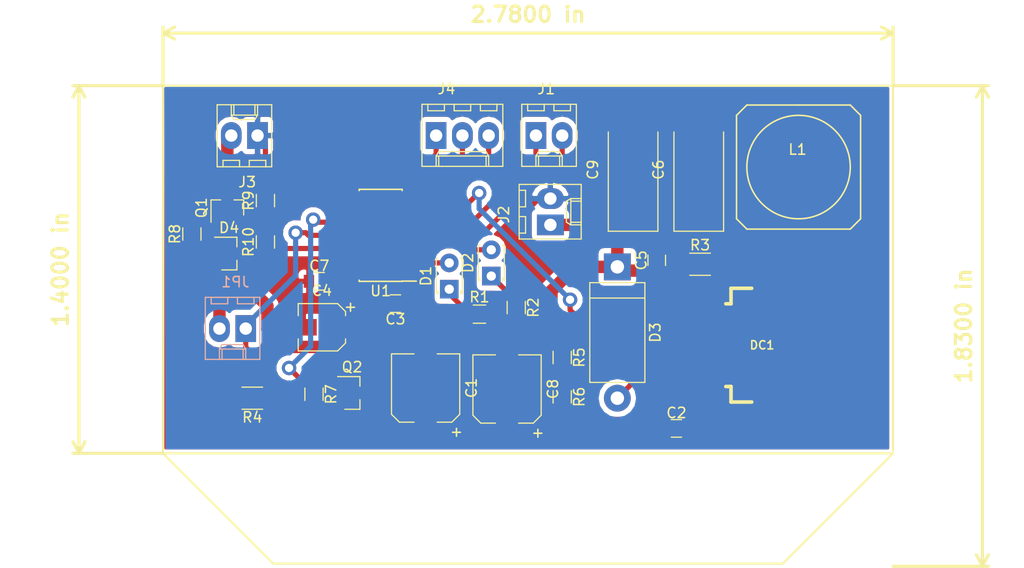
<source format=kicad_pcb>
(kicad_pcb (version 20170123) (host pcbnew "(2017-07-10 revision 2a301d588)-makepkg")

  (general
    (thickness 1.6)
    (drawings 11)
    (tracks 222)
    (zones 0)
    (modules 33)
    (nets 24)
  )

  (page A4)
  (layers
    (0 F.Cu signal)
    (31 B.Cu signal)
    (32 B.Adhes user)
    (33 F.Adhes user)
    (34 B.Paste user)
    (35 F.Paste user)
    (36 B.SilkS user)
    (37 F.SilkS user)
    (38 B.Mask user)
    (39 F.Mask user)
    (40 Dwgs.User user)
    (41 Cmts.User user)
    (42 Eco1.User user)
    (43 Eco2.User user)
    (44 Edge.Cuts user)
    (45 Margin user)
    (46 B.CrtYd user)
    (47 F.CrtYd user)
    (48 B.Fab user)
    (49 F.Fab user)
  )

  (setup
    (last_trace_width 0.5)
    (trace_clearance 0.5)
    (zone_clearance 0.508)
    (zone_45_only no)
    (trace_min 0.5)
    (segment_width 0.2)
    (edge_width 0.15)
    (via_size 1.4)
    (via_drill 0.8)
    (via_min_size 0.8)
    (via_min_drill 0.3)
    (uvia_size 0.3)
    (uvia_drill 0.1)
    (uvias_allowed no)
    (uvia_min_size 0.2)
    (uvia_min_drill 0.1)
    (pcb_text_width 0.3)
    (pcb_text_size 1.5 1.5)
    (mod_edge_width 0.15)
    (mod_text_size 1 1)
    (mod_text_width 0.15)
    (pad_size 1.524 1.524)
    (pad_drill 0.762)
    (pad_to_mask_clearance 0.2)
    (aux_axis_origin 174 69)
    (grid_origin 190.5 47.244)
    (visible_elements FFFFEF7F)
    (pcbplotparams
      (layerselection 0x00030_80000001)
      (usegerberextensions false)
      (excludeedgelayer true)
      (linewidth 0.100000)
      (plotframeref false)
      (viasonmask false)
      (mode 1)
      (useauxorigin false)
      (hpglpennumber 1)
      (hpglpenspeed 20)
      (hpglpendiameter 15)
      (psnegative false)
      (psa4output false)
      (plotreference true)
      (plotvalue true)
      (plotinvisibletext false)
      (padsonsilk false)
      (subtractmaskfromsilk false)
      (outputformat 1)
      (mirror false)
      (drillshape 1)
      (scaleselection 1)
      (outputdirectory ""))
  )

  (net 0 "")
  (net 1 GND)
  (net 2 +2V8)
  (net 3 +5V)
  (net 4 "Net-(D1-Pad1)")
  (net 5 "Net-(D2-Pad1)")
  (net 6 "Net-(D3-Pad2)")
  (net 7 "Net-(DC1-Pad5)")
  (net 8 /mosi)
  (net 9 /miso)
  (net 10 /sck)
  (net 11 EN)
  (net 12 "Net-(C1-Pad1)")
  (net 13 VDD)
  (net 14 "Net-(D4-Pad1)")
  (net 15 /pwr_ctrl)
  (net 16 "Net-(JP1-Pad1)")
  (net 17 "Net-(R10-Pad2)")
  (net 18 "Net-(R7-Pad1)")
  (net 19 "Net-(C7-Pad2)")
  (net 20 /ss)
  (net 21 /rst)
  (net 22 /red)
  (net 23 /green)

  (net_class Default "This is the default net class."
    (clearance 0.5)
    (trace_width 0.5)
    (via_dia 1.4)
    (via_drill 0.8)
    (uvia_dia 0.3)
    (uvia_drill 0.1)
    (diff_pair_gap 0.25)
    (diff_pair_width 0.5)
    (add_net /green)
    (add_net /miso)
    (add_net /mosi)
    (add_net /pwr_ctrl)
    (add_net /red)
    (add_net /rst)
    (add_net /sck)
    (add_net /ss)
    (add_net EN)
    (add_net GND)
    (add_net "Net-(C7-Pad2)")
    (add_net "Net-(D1-Pad1)")
    (add_net "Net-(D2-Pad1)")
    (add_net "Net-(D4-Pad1)")
    (add_net "Net-(DC1-Pad5)")
    (add_net "Net-(JP1-Pad1)")
    (add_net "Net-(R10-Pad2)")
    (add_net "Net-(R7-Pad1)")
  )

  (net_class power ""
    (clearance 0.5)
    (trace_width 1.2)
    (via_dia 1.4)
    (via_drill 0.5)
    (uvia_dia 0.3)
    (uvia_drill 0.1)
    (diff_pair_gap 0.25)
    (diff_pair_width 0.5)
    (add_net +2V8)
    (add_net +5V)
    (add_net "Net-(C1-Pad1)")
    (add_net "Net-(D3-Pad2)")
    (add_net VDD)
  )

  (module footprints:TO-263-5 (layer F.Cu) (tedit 56B4B9F4) (tstamp 58F23EB0)
    (at 231.926 58.626)
    (path /58F21553)
    (attr smd)
    (fp_text reference DC1 (at 0 0) (layer F.SilkS)
      (effects (font (size 0.8 0.8) (thickness 0.15)))
    )
    (fp_text value XL6009 (at 0 0) (layer F.Fab)
      (effects (font (size 0.8 0.8) (thickness 0.15)))
    )
    (fp_line (start -5.5 -5) (end 8 -5) (layer F.Fab) (width 0.15))
    (fp_line (start 8 -5) (end 8 5) (layer F.Fab) (width 0.15))
    (fp_line (start 8 5) (end -5.5 5) (layer F.Fab) (width 0.15))
    (fp_line (start -5.5 5) (end -5.5 -5) (layer F.Fab) (width 0.15))
    (fp_line (start -3 5.5) (end -3 4) (layer F.SilkS) (width 0.35))
    (fp_line (start -3 4) (end -3.5 4) (layer F.SilkS) (width 0.35))
    (fp_line (start -3 -5.5) (end -3 -4) (layer F.SilkS) (width 0.35))
    (fp_line (start -3 -4) (end -3.5 -4) (layer F.SilkS) (width 0.35))
    (fp_line (start -1 5.5) (end -3 5.5) (layer F.SilkS) (width 0.35))
    (fp_line (start -1 -5.5) (end -3 -5.5) (layer F.SilkS) (width 0.35))
    (fp_line (start -8.5 -6) (end 10 -6) (layer F.CrtYd) (width 0.15))
    (fp_line (start 10 -6) (end 10 6) (layer F.CrtYd) (width 0.15))
    (fp_line (start 10 6) (end -8.5 6) (layer F.CrtYd) (width 0.15))
    (fp_line (start -8.5 6) (end -8.5 -6) (layer F.CrtYd) (width 0.15))
    (pad 1 smd rect (at -6.2 -3.4 180) (size 3.85 1) (layers F.Cu F.Paste F.Mask)
      (net 1 GND))
    (pad 6 smd rect (at 4.7 0 180) (size 9.6 10.95) (layers F.Cu F.Mask))
    (pad 2 smd rect (at -6.2 -1.7 180) (size 3.85 1) (layers F.Cu F.Paste F.Mask)
      (net 11 EN))
    (pad 3 smd rect (at -6.2 0 180) (size 3.85 1) (layers F.Cu F.Paste F.Mask)
      (net 6 "Net-(D3-Pad2)"))
    (pad 4 smd rect (at -6.2 1.7 180) (size 3.85 1) (layers F.Cu F.Paste F.Mask)
      (net 12 "Net-(C1-Pad1)"))
    (pad 5 smd rect (at -6.2 3.4 180) (size 3.85 1) (layers F.Cu F.Paste F.Mask)
      (net 7 "Net-(DC1-Pad5)"))
    (pad "" smd rect (at 1.5 0 180) (size 2.3 2.3) (layers F.Paste))
    (pad "" smd rect (at 1.5 -3 180) (size 2.3 2.3) (layers F.Paste))
    (pad "" smd rect (at 1.5 3 180) (size 2.3 2.3) (layers F.Paste))
    (pad "" smd rect (at 5 0 180) (size 2.3 2.3) (layers F.Paste))
    (pad "" smd rect (at 5 -3 180) (size 2.3 2.3) (layers F.Paste))
    (pad "" smd rect (at 5 3 180) (size 2.3 2.3) (layers F.Paste))
    (model smd_trans/d-pak-5.wrl
      (at (xyz -0.03 0 0))
      (scale (xyz 1.33 1.5 1.2))
      (rotate (xyz 0 0 90))
    )
  )

  (module Connectors_Molex:Molex_KK-6410-02_02x2.54mm_Straight (layer F.Cu) (tedit 58EE6EE4) (tstamp 59707206)
    (at 211.455 46.99 90)
    (descr "Connector Headers with Friction Lock, 22-27-2021, http://www.molex.com/pdm_docs/sd/022272021_sd.pdf")
    (tags "connector molex kk_6410 22-27-2021")
    (path /58F23071)
    (fp_text reference J2 (at 1 -4.5 90) (layer F.SilkS)
      (effects (font (size 1 1) (thickness 0.15)))
    )
    (fp_text value CONN_01X02 (at 1.27 4.5 90) (layer F.Fab)
      (effects (font (size 1 1) (thickness 0.15)))
    )
    (fp_text user %R (at 1.27 0 90) (layer F.Fab)
      (effects (font (size 1 1) (thickness 0.15)))
    )
    (fp_line (start 4.45 3.5) (end -1.9 3.5) (layer F.CrtYd) (width 0.05))
    (fp_line (start 4.45 -3.55) (end 4.45 3.5) (layer F.CrtYd) (width 0.05))
    (fp_line (start -1.9 -3.55) (end 4.45 -3.55) (layer F.CrtYd) (width 0.05))
    (fp_line (start -1.9 3.5) (end -1.9 -3.55) (layer F.CrtYd) (width 0.05))
    (fp_line (start 3.34 -2.4) (end 3.34 -3.02) (layer F.SilkS) (width 0.12))
    (fp_line (start 1.74 -2.4) (end 3.34 -2.4) (layer F.SilkS) (width 0.12))
    (fp_line (start 1.74 -3.02) (end 1.74 -2.4) (layer F.SilkS) (width 0.12))
    (fp_line (start 0.8 -2.4) (end 0.8 -3.02) (layer F.SilkS) (width 0.12))
    (fp_line (start -0.8 -2.4) (end 0.8 -2.4) (layer F.SilkS) (width 0.12))
    (fp_line (start -0.8 -3.02) (end -0.8 -2.4) (layer F.SilkS) (width 0.12))
    (fp_line (start 2.29 2.98) (end 2.29 1.98) (layer F.SilkS) (width 0.12))
    (fp_line (start 0.25 2.98) (end 0.25 1.98) (layer F.SilkS) (width 0.12))
    (fp_line (start 2.29 1.55) (end 2.54 1.98) (layer F.SilkS) (width 0.12))
    (fp_line (start 0.25 1.55) (end 2.29 1.55) (layer F.SilkS) (width 0.12))
    (fp_line (start 0 1.98) (end 0.25 1.55) (layer F.SilkS) (width 0.12))
    (fp_line (start 2.54 1.98) (end 2.54 2.98) (layer F.SilkS) (width 0.12))
    (fp_line (start 0 1.98) (end 2.54 1.98) (layer F.SilkS) (width 0.12))
    (fp_line (start 0 2.98) (end 0 1.98) (layer F.SilkS) (width 0.12))
    (fp_line (start 3.91 -3.02) (end -1.37 -3.02) (layer F.SilkS) (width 0.12))
    (fp_line (start 3.91 2.98) (end 3.91 -3.02) (layer F.SilkS) (width 0.12))
    (fp_line (start -1.37 2.98) (end 3.91 2.98) (layer F.SilkS) (width 0.12))
    (fp_line (start -1.37 -3.02) (end -1.37 2.98) (layer F.SilkS) (width 0.12))
    (fp_line (start 4.01 -3.12) (end -1.47 -3.12) (layer F.Fab) (width 0.12))
    (fp_line (start 4.01 3.08) (end 4.01 -3.12) (layer F.Fab) (width 0.12))
    (fp_line (start -1.47 3.08) (end 4.01 3.08) (layer F.Fab) (width 0.12))
    (fp_line (start -1.47 -3.12) (end -1.47 3.08) (layer F.Fab) (width 0.12))
    (pad 2 thru_hole oval (at 2.54 0 90) (size 2 2.6) (drill 1.2) (layers *.Cu *.Mask)
      (net 1 GND))
    (pad 1 thru_hole rect (at 0 0 90) (size 2 2.6) (drill 1.2) (layers *.Cu *.Mask)
      (net 3 +5V))
    (model ${KISYS3DMOD}/Connectors_Molex.3dshapes/Molex_KK-6410-02_02x2.54mm_Straight.wrl
      (at (xyz 0 0 0))
      (scale (xyz 1 1 1))
      (rotate (xyz 0 0 0))
    )
  )

  (module Capacitors_Tantalum_SMD:CP_Tantalum_Case-V_EIA-7343-20_Hand (layer F.Cu) (tedit 57B6E980) (tstamp 58F23E8E)
    (at 225.806 41.656 90)
    (descr "Tantalum capacitor, Case V, EIA 7343-20, 7.3x4.3x2.0mm, Hand soldering footprint")
    (tags "capacitor tantalum smd")
    (path /58F2173E)
    (attr smd)
    (fp_text reference C6 (at 0 -3.9 90) (layer F.SilkS)
      (effects (font (size 1 1) (thickness 0.15)))
    )
    (fp_text value 470u (at 0 3.9 90) (layer F.Fab)
      (effects (font (size 1 1) (thickness 0.15)))
    )
    (fp_line (start -6.05 -2.5) (end -6.05 2.5) (layer F.CrtYd) (width 0.05))
    (fp_line (start -6.05 2.5) (end 6.05 2.5) (layer F.CrtYd) (width 0.05))
    (fp_line (start 6.05 2.5) (end 6.05 -2.5) (layer F.CrtYd) (width 0.05))
    (fp_line (start 6.05 -2.5) (end -6.05 -2.5) (layer F.CrtYd) (width 0.05))
    (fp_line (start -3.65 -2.15) (end -3.65 2.15) (layer F.Fab) (width 0.1))
    (fp_line (start -3.65 2.15) (end 3.65 2.15) (layer F.Fab) (width 0.1))
    (fp_line (start 3.65 2.15) (end 3.65 -2.15) (layer F.Fab) (width 0.1))
    (fp_line (start 3.65 -2.15) (end -3.65 -2.15) (layer F.Fab) (width 0.1))
    (fp_line (start -2.92 -2.15) (end -2.92 2.15) (layer F.Fab) (width 0.1))
    (fp_line (start -2.555 -2.15) (end -2.555 2.15) (layer F.Fab) (width 0.1))
    (fp_line (start -5.95 -2.4) (end 3.65 -2.4) (layer F.SilkS) (width 0.12))
    (fp_line (start -5.95 2.4) (end 3.65 2.4) (layer F.SilkS) (width 0.12))
    (fp_line (start -5.95 -2.4) (end -5.95 2.4) (layer F.SilkS) (width 0.12))
    (pad 1 smd rect (at -3.775 0 90) (size 3.75 2.7) (layers F.Cu F.Paste F.Mask)
      (net 3 +5V))
    (pad 2 smd rect (at 3.775 0 90) (size 3.75 2.7) (layers F.Cu F.Paste F.Mask)
      (net 1 GND))
    (model Capacitors_Tantalum_SMD.3dshapes/CP_Tantalum_Case-V_EIA-7343-20.wrl
      (at (xyz 0 0 0))
      (scale (xyz 1 1 1))
      (rotate (xyz 0 0 0))
    )
  )

  (module LEDs:LED_D1.8mm_W3.3mm_H2.4mm (layer F.Cu) (tedit 5880A862) (tstamp 58F23E9A)
    (at 205.74 51.943 90)
    (descr "LED, Round,  Rectangular size 3.3x2.4mm^2 diameter 1.8mm, 2 pins")
    (tags "LED Round  Rectangular size 3.3x2.4mm^2 diameter 1.8mm 2 pins")
    (path /59332430)
    (fp_text reference D2 (at 1.27 -2.26 90) (layer F.SilkS)
      (effects (font (size 1 1) (thickness 0.15)))
    )
    (fp_text value red (at 1.27 2.26 90) (layer F.Fab)
      (effects (font (size 1 1) (thickness 0.15)))
    )
    (fp_circle (center 1.27 0) (end 2.17 0) (layer F.Fab) (width 0.1))
    (fp_line (start -0.38 -1.2) (end -0.38 1.2) (layer F.Fab) (width 0.1))
    (fp_line (start -0.38 1.2) (end 2.92 1.2) (layer F.Fab) (width 0.1))
    (fp_line (start 2.92 1.2) (end 2.92 -1.2) (layer F.Fab) (width 0.1))
    (fp_line (start 2.92 -1.2) (end -0.38 -1.2) (layer F.Fab) (width 0.1))
    (fp_line (start -0.44 -1.26) (end 2.98 -1.26) (layer F.SilkS) (width 0.12))
    (fp_line (start -0.44 1.26) (end 2.98 1.26) (layer F.SilkS) (width 0.12))
    (fp_line (start -0.44 -1.26) (end -0.44 -1.08) (layer F.SilkS) (width 0.12))
    (fp_line (start -0.44 1.08) (end -0.44 1.26) (layer F.SilkS) (width 0.12))
    (fp_line (start 2.98 -1.26) (end 2.98 -1.095) (layer F.SilkS) (width 0.12))
    (fp_line (start 2.98 1.095) (end 2.98 1.26) (layer F.SilkS) (width 0.12))
    (fp_line (start -0.32 -1.26) (end -0.32 -1.08) (layer F.SilkS) (width 0.12))
    (fp_line (start -0.32 1.08) (end -0.32 1.26) (layer F.SilkS) (width 0.12))
    (fp_line (start -0.2 -1.26) (end -0.2 -1.08) (layer F.SilkS) (width 0.12))
    (fp_line (start -0.2 1.08) (end -0.2 1.26) (layer F.SilkS) (width 0.12))
    (fp_line (start -1.15 -1.55) (end -1.15 1.55) (layer F.CrtYd) (width 0.05))
    (fp_line (start -1.15 1.55) (end 3.7 1.55) (layer F.CrtYd) (width 0.05))
    (fp_line (start 3.7 1.55) (end 3.7 -1.55) (layer F.CrtYd) (width 0.05))
    (fp_line (start 3.7 -1.55) (end -1.15 -1.55) (layer F.CrtYd) (width 0.05))
    (pad 1 thru_hole rect (at 0 0 90) (size 1.8 1.8) (drill 0.9) (layers *.Cu *.Mask)
      (net 5 "Net-(D2-Pad1)"))
    (pad 2 thru_hole circle (at 2.54 0 90) (size 1.8 1.8) (drill 0.9) (layers *.Cu *.Mask)
      (net 22 /red))
    (model LEDs.3dshapes/LED_D1.8mm_W3.3mm_H2.4mm.wrl
      (at (xyz 0 0 0))
      (scale (xyz 0.393701 0.393701 0.393701))
      (rotate (xyz 0 0 0))
    )
  )

  (module Inductors:SELF-WE-PD-XXL (layer F.Cu) (tedit 0) (tstamp 58F23EC4)
    (at 235.458 41.402 270)
    (descr "SELF- WE-PD-XXL")
    (path /58F21AF6)
    (attr smd)
    (fp_text reference L1 (at -1.69926 0.09906) (layer F.SilkS)
      (effects (font (size 1 1) (thickness 0.15)))
    )
    (fp_text value 33uH (at 1.80086 0) (layer F.Fab)
      (effects (font (size 1 1) (thickness 0.15)))
    )
    (fp_circle (center 0 0) (end 0 -5.00126) (layer F.SilkS) (width 0.15))
    (fp_line (start -5.99948 0) (end -5.99948 -5.00126) (layer F.SilkS) (width 0.15))
    (fp_line (start -5.99948 -5.00126) (end -5.00126 -5.99948) (layer F.SilkS) (width 0.15))
    (fp_line (start -5.00126 -5.99948) (end 5.00126 -5.99948) (layer F.SilkS) (width 0.15))
    (fp_line (start 5.00126 -5.99948) (end 5.99948 -5.00126) (layer F.SilkS) (width 0.15))
    (fp_line (start 5.99948 -5.00126) (end 5.99948 5.00126) (layer F.SilkS) (width 0.15))
    (fp_line (start 5.99948 5.00126) (end 5.00126 5.99948) (layer F.SilkS) (width 0.15))
    (fp_line (start 5.00126 5.99948) (end -5.00126 5.99948) (layer F.SilkS) (width 0.15))
    (fp_line (start -5.00126 5.99948) (end -5.99948 5.00126) (layer F.SilkS) (width 0.15))
    (fp_line (start -5.99948 5.00126) (end -5.99948 0) (layer F.SilkS) (width 0.15))
    (fp_text user "" (at 0 0 270) (layer F.SilkS)
      (effects (font (size 1 1) (thickness 0.15)))
    )
    (fp_text user "" (at 0 0 270) (layer F.SilkS)
      (effects (font (size 1 1) (thickness 0.15)))
    )
    (pad 1 smd rect (at -5.00126 0 270) (size 2.90068 5.40004) (layers F.Cu F.Paste F.Mask)
      (net 6 "Net-(D3-Pad2)"))
    (pad 2 smd rect (at 5.00126 0 270) (size 2.90068 5.40004) (layers F.Cu F.Paste F.Mask)
      (net 12 "Net-(C1-Pad1)"))
    (model Inductors.3dshapes/SELF-WE-PD-XXL.wrl
      (at (xyz 0 0 0))
      (scale (xyz 1 1 1))
      (rotate (xyz 0 0 0))
    )
  )

  (module Connectors_Molex:Molex_KK-6410-02_02x2.54mm_Straight (layer F.Cu) (tedit 58EE6EE4) (tstamp 59707266)
    (at 210.058 38.354)
    (descr "Connector Headers with Friction Lock, 22-27-2021, http://www.molex.com/pdm_docs/sd/022272021_sd.pdf")
    (tags "connector molex kk_6410 22-27-2021")
    (path /593D10EE)
    (fp_text reference J1 (at 1 -4.5) (layer F.SilkS)
      (effects (font (size 1 1) (thickness 0.15)))
    )
    (fp_text value CONN_01X02 (at 1.27 4.5) (layer F.Fab)
      (effects (font (size 1 1) (thickness 0.15)))
    )
    (fp_line (start -1.47 -3.12) (end -1.47 3.08) (layer F.Fab) (width 0.12))
    (fp_line (start -1.47 3.08) (end 4.01 3.08) (layer F.Fab) (width 0.12))
    (fp_line (start 4.01 3.08) (end 4.01 -3.12) (layer F.Fab) (width 0.12))
    (fp_line (start 4.01 -3.12) (end -1.47 -3.12) (layer F.Fab) (width 0.12))
    (fp_line (start -1.37 -3.02) (end -1.37 2.98) (layer F.SilkS) (width 0.12))
    (fp_line (start -1.37 2.98) (end 3.91 2.98) (layer F.SilkS) (width 0.12))
    (fp_line (start 3.91 2.98) (end 3.91 -3.02) (layer F.SilkS) (width 0.12))
    (fp_line (start 3.91 -3.02) (end -1.37 -3.02) (layer F.SilkS) (width 0.12))
    (fp_line (start 0 2.98) (end 0 1.98) (layer F.SilkS) (width 0.12))
    (fp_line (start 0 1.98) (end 2.54 1.98) (layer F.SilkS) (width 0.12))
    (fp_line (start 2.54 1.98) (end 2.54 2.98) (layer F.SilkS) (width 0.12))
    (fp_line (start 0 1.98) (end 0.25 1.55) (layer F.SilkS) (width 0.12))
    (fp_line (start 0.25 1.55) (end 2.29 1.55) (layer F.SilkS) (width 0.12))
    (fp_line (start 2.29 1.55) (end 2.54 1.98) (layer F.SilkS) (width 0.12))
    (fp_line (start 0.25 2.98) (end 0.25 1.98) (layer F.SilkS) (width 0.12))
    (fp_line (start 2.29 2.98) (end 2.29 1.98) (layer F.SilkS) (width 0.12))
    (fp_line (start -0.8 -3.02) (end -0.8 -2.4) (layer F.SilkS) (width 0.12))
    (fp_line (start -0.8 -2.4) (end 0.8 -2.4) (layer F.SilkS) (width 0.12))
    (fp_line (start 0.8 -2.4) (end 0.8 -3.02) (layer F.SilkS) (width 0.12))
    (fp_line (start 1.74 -3.02) (end 1.74 -2.4) (layer F.SilkS) (width 0.12))
    (fp_line (start 1.74 -2.4) (end 3.34 -2.4) (layer F.SilkS) (width 0.12))
    (fp_line (start 3.34 -2.4) (end 3.34 -3.02) (layer F.SilkS) (width 0.12))
    (fp_line (start -1.9 3.5) (end -1.9 -3.55) (layer F.CrtYd) (width 0.05))
    (fp_line (start -1.9 -3.55) (end 4.45 -3.55) (layer F.CrtYd) (width 0.05))
    (fp_line (start 4.45 -3.55) (end 4.45 3.5) (layer F.CrtYd) (width 0.05))
    (fp_line (start 4.45 3.5) (end -1.9 3.5) (layer F.CrtYd) (width 0.05))
    (fp_text user %R (at 1.27 0) (layer F.Fab)
      (effects (font (size 1 1) (thickness 0.15)))
    )
    (pad 1 thru_hole rect (at 0 0) (size 2 2.6) (drill 1.2) (layers *.Cu *.Mask)
      (net 20 /ss))
    (pad 2 thru_hole oval (at 2.54 0) (size 2 2.6) (drill 1.2) (layers *.Cu *.Mask)
      (net 21 /rst))
    (model ${KISYS3DMOD}/Connectors_Molex.3dshapes/Molex_KK-6410-02_02x2.54mm_Straight.wrl
      (at (xyz 0 0 0))
      (scale (xyz 1 1 1))
      (rotate (xyz 0 0 0))
    )
  )

  (module Resistors_SMD:R_0805 (layer F.Cu) (tedit 58E0A804) (tstamp 59706F84)
    (at 204.597 55.626)
    (descr "Resistor SMD 0805, reflow soldering, Vishay (see dcrcw.pdf)")
    (tags "resistor 0805")
    (path /58F232A6)
    (attr smd)
    (fp_text reference R1 (at 0 -1.65) (layer F.SilkS)
      (effects (font (size 1 1) (thickness 0.15)))
    )
    (fp_text value 330 (at 0 1.75) (layer F.Fab)
      (effects (font (size 1 1) (thickness 0.15)))
    )
    (fp_line (start 1.55 0.9) (end -1.55 0.9) (layer F.CrtYd) (width 0.05))
    (fp_line (start 1.55 0.9) (end 1.55 -0.9) (layer F.CrtYd) (width 0.05))
    (fp_line (start -1.55 -0.9) (end -1.55 0.9) (layer F.CrtYd) (width 0.05))
    (fp_line (start -1.55 -0.9) (end 1.55 -0.9) (layer F.CrtYd) (width 0.05))
    (fp_line (start -0.6 -0.88) (end 0.6 -0.88) (layer F.SilkS) (width 0.12))
    (fp_line (start 0.6 0.88) (end -0.6 0.88) (layer F.SilkS) (width 0.12))
    (fp_line (start -1 -0.62) (end 1 -0.62) (layer F.Fab) (width 0.1))
    (fp_line (start 1 -0.62) (end 1 0.62) (layer F.Fab) (width 0.1))
    (fp_line (start 1 0.62) (end -1 0.62) (layer F.Fab) (width 0.1))
    (fp_line (start -1 0.62) (end -1 -0.62) (layer F.Fab) (width 0.1))
    (fp_text user %R (at 0 0) (layer F.Fab)
      (effects (font (size 0.5 0.5) (thickness 0.075)))
    )
    (pad 2 smd rect (at 0.95 0) (size 0.7 1.3) (layers F.Cu F.Paste F.Mask)
      (net 1 GND))
    (pad 1 smd rect (at -0.95 0) (size 0.7 1.3) (layers F.Cu F.Paste F.Mask)
      (net 4 "Net-(D1-Pad1)"))
    (model ${KISYS3DMOD}/Resistors_SMD.3dshapes/R_0805.wrl
      (at (xyz 0 0 0))
      (scale (xyz 1 1 1))
      (rotate (xyz 0 0 0))
    )
  )

  (module Resistors_SMD:R_0805 (layer F.Cu) (tedit 58E0A804) (tstamp 59706FB4)
    (at 208.153 54.991 270)
    (descr "Resistor SMD 0805, reflow soldering, Vishay (see dcrcw.pdf)")
    (tags "resistor 0805")
    (path /59332662)
    (attr smd)
    (fp_text reference R2 (at 0 -1.65 270) (layer F.SilkS)
      (effects (font (size 1 1) (thickness 0.15)))
    )
    (fp_text value 330 (at 0 1.75 270) (layer F.Fab)
      (effects (font (size 1 1) (thickness 0.15)))
    )
    (fp_text user %R (at 0 0 270) (layer F.Fab)
      (effects (font (size 0.5 0.5) (thickness 0.075)))
    )
    (fp_line (start -1 0.62) (end -1 -0.62) (layer F.Fab) (width 0.1))
    (fp_line (start 1 0.62) (end -1 0.62) (layer F.Fab) (width 0.1))
    (fp_line (start 1 -0.62) (end 1 0.62) (layer F.Fab) (width 0.1))
    (fp_line (start -1 -0.62) (end 1 -0.62) (layer F.Fab) (width 0.1))
    (fp_line (start 0.6 0.88) (end -0.6 0.88) (layer F.SilkS) (width 0.12))
    (fp_line (start -0.6 -0.88) (end 0.6 -0.88) (layer F.SilkS) (width 0.12))
    (fp_line (start -1.55 -0.9) (end 1.55 -0.9) (layer F.CrtYd) (width 0.05))
    (fp_line (start -1.55 -0.9) (end -1.55 0.9) (layer F.CrtYd) (width 0.05))
    (fp_line (start 1.55 0.9) (end 1.55 -0.9) (layer F.CrtYd) (width 0.05))
    (fp_line (start 1.55 0.9) (end -1.55 0.9) (layer F.CrtYd) (width 0.05))
    (pad 1 smd rect (at -0.95 0 270) (size 0.7 1.3) (layers F.Cu F.Paste F.Mask)
      (net 5 "Net-(D2-Pad1)"))
    (pad 2 smd rect (at 0.95 0 270) (size 0.7 1.3) (layers F.Cu F.Paste F.Mask)
      (net 1 GND))
    (model ${KISYS3DMOD}/Resistors_SMD.3dshapes/R_0805.wrl
      (at (xyz 0 0 0))
      (scale (xyz 1 1 1))
      (rotate (xyz 0 0 0))
    )
  )

  (module Connectors_Molex:Molex_KK-6410-03_03x2.54mm_Straight (layer F.Cu) (tedit 58EE6EE6) (tstamp 597070FA)
    (at 200.406 38.354)
    (descr "Connector Headers with Friction Lock, 22-27-2031, http://www.molex.com/pdm_docs/sd/022272021_sd.pdf")
    (tags "connector molex kk_6410 22-27-2031")
    (path /593D1345)
    (fp_text reference J4 (at 1 -4.5) (layer F.SilkS)
      (effects (font (size 1 1) (thickness 0.15)))
    )
    (fp_text value SPI (at 2.54 4.5) (layer F.Fab)
      (effects (font (size 1 1) (thickness 0.15)))
    )
    (fp_text user %R (at 2.54 0) (layer F.Fab)
      (effects (font (size 1 1) (thickness 0.15)))
    )
    (fp_line (start 7 3.5) (end -1.9 3.5) (layer F.CrtYd) (width 0.05))
    (fp_line (start 7 -3.55) (end 7 3.5) (layer F.CrtYd) (width 0.05))
    (fp_line (start -1.9 -3.55) (end 7 -3.55) (layer F.CrtYd) (width 0.05))
    (fp_line (start -1.9 3.5) (end -1.9 -3.55) (layer F.CrtYd) (width 0.05))
    (fp_line (start 5.88 -2.4) (end 5.88 -3.02) (layer F.SilkS) (width 0.12))
    (fp_line (start 4.28 -2.4) (end 5.88 -2.4) (layer F.SilkS) (width 0.12))
    (fp_line (start 4.28 -3.02) (end 4.28 -2.4) (layer F.SilkS) (width 0.12))
    (fp_line (start 3.34 -2.4) (end 3.34 -3.02) (layer F.SilkS) (width 0.12))
    (fp_line (start 1.74 -2.4) (end 3.34 -2.4) (layer F.SilkS) (width 0.12))
    (fp_line (start 1.74 -3.02) (end 1.74 -2.4) (layer F.SilkS) (width 0.12))
    (fp_line (start 0.8 -2.4) (end 0.8 -3.02) (layer F.SilkS) (width 0.12))
    (fp_line (start -0.8 -2.4) (end 0.8 -2.4) (layer F.SilkS) (width 0.12))
    (fp_line (start -0.8 -3.02) (end -0.8 -2.4) (layer F.SilkS) (width 0.12))
    (fp_line (start 4.83 2.98) (end 4.83 1.98) (layer F.SilkS) (width 0.12))
    (fp_line (start 0.25 2.98) (end 0.25 1.98) (layer F.SilkS) (width 0.12))
    (fp_line (start 4.83 1.55) (end 5.08 1.98) (layer F.SilkS) (width 0.12))
    (fp_line (start 0.25 1.55) (end 4.83 1.55) (layer F.SilkS) (width 0.12))
    (fp_line (start 0 1.98) (end 0.25 1.55) (layer F.SilkS) (width 0.12))
    (fp_line (start 5.08 1.98) (end 5.08 2.98) (layer F.SilkS) (width 0.12))
    (fp_line (start 0 1.98) (end 5.08 1.98) (layer F.SilkS) (width 0.12))
    (fp_line (start 0 2.98) (end 0 1.98) (layer F.SilkS) (width 0.12))
    (fp_line (start 6.45 -3.02) (end -1.37 -3.02) (layer F.SilkS) (width 0.12))
    (fp_line (start 6.45 2.98) (end 6.45 -3.02) (layer F.SilkS) (width 0.12))
    (fp_line (start -1.37 2.98) (end 6.45 2.98) (layer F.SilkS) (width 0.12))
    (fp_line (start -1.37 -3.02) (end -1.37 2.98) (layer F.SilkS) (width 0.12))
    (fp_line (start 6.55 -3.12) (end -1.47 -3.12) (layer F.Fab) (width 0.12))
    (fp_line (start 6.55 3.08) (end 6.55 -3.12) (layer F.Fab) (width 0.12))
    (fp_line (start -1.47 3.08) (end 6.55 3.08) (layer F.Fab) (width 0.12))
    (fp_line (start -1.47 -3.12) (end -1.47 3.08) (layer F.Fab) (width 0.12))
    (pad 3 thru_hole oval (at 5.08 0) (size 2 2.6) (drill 1.2) (layers *.Cu *.Mask)
      (net 8 /mosi))
    (pad 2 thru_hole oval (at 2.54 0) (size 2 2.6) (drill 1.2) (layers *.Cu *.Mask)
      (net 9 /miso))
    (pad 1 thru_hole rect (at 0 0) (size 2 2.6) (drill 1.2) (layers *.Cu *.Mask)
      (net 10 /sck))
    (model ${KISYS3DMOD}/Connectors_Molex.3dshapes/Molex_KK-6410-03_03x2.54mm_Straight.wrl
      (at (xyz 0 0 0))
      (scale (xyz 1 1 1))
      (rotate (xyz 0 0 0))
    )
  )

  (module Connectors_Molex:Molex_KK-6410-02_02x2.54mm_Straight (layer F.Cu) (tedit 58EE6EE4) (tstamp 59707166)
    (at 183.134 38.354 180)
    (descr "Connector Headers with Friction Lock, 22-27-2021, http://www.molex.com/pdm_docs/sd/022272021_sd.pdf")
    (tags "connector molex kk_6410 22-27-2021")
    (path /58F2DA8E)
    (fp_text reference J3 (at 1 -4.5 180) (layer F.SilkS)
      (effects (font (size 1 1) (thickness 0.15)))
    )
    (fp_text value CONN_01X02 (at 1.27 4.5 180) (layer F.Fab)
      (effects (font (size 1 1) (thickness 0.15)))
    )
    (fp_text user %R (at 1.27 0 180) (layer F.Fab)
      (effects (font (size 1 1) (thickness 0.15)))
    )
    (fp_line (start 4.45 3.5) (end -1.9 3.5) (layer F.CrtYd) (width 0.05))
    (fp_line (start 4.45 -3.55) (end 4.45 3.5) (layer F.CrtYd) (width 0.05))
    (fp_line (start -1.9 -3.55) (end 4.45 -3.55) (layer F.CrtYd) (width 0.05))
    (fp_line (start -1.9 3.5) (end -1.9 -3.55) (layer F.CrtYd) (width 0.05))
    (fp_line (start 3.34 -2.4) (end 3.34 -3.02) (layer F.SilkS) (width 0.12))
    (fp_line (start 1.74 -2.4) (end 3.34 -2.4) (layer F.SilkS) (width 0.12))
    (fp_line (start 1.74 -3.02) (end 1.74 -2.4) (layer F.SilkS) (width 0.12))
    (fp_line (start 0.8 -2.4) (end 0.8 -3.02) (layer F.SilkS) (width 0.12))
    (fp_line (start -0.8 -2.4) (end 0.8 -2.4) (layer F.SilkS) (width 0.12))
    (fp_line (start -0.8 -3.02) (end -0.8 -2.4) (layer F.SilkS) (width 0.12))
    (fp_line (start 2.29 2.98) (end 2.29 1.98) (layer F.SilkS) (width 0.12))
    (fp_line (start 0.25 2.98) (end 0.25 1.98) (layer F.SilkS) (width 0.12))
    (fp_line (start 2.29 1.55) (end 2.54 1.98) (layer F.SilkS) (width 0.12))
    (fp_line (start 0.25 1.55) (end 2.29 1.55) (layer F.SilkS) (width 0.12))
    (fp_line (start 0 1.98) (end 0.25 1.55) (layer F.SilkS) (width 0.12))
    (fp_line (start 2.54 1.98) (end 2.54 2.98) (layer F.SilkS) (width 0.12))
    (fp_line (start 0 1.98) (end 2.54 1.98) (layer F.SilkS) (width 0.12))
    (fp_line (start 0 2.98) (end 0 1.98) (layer F.SilkS) (width 0.12))
    (fp_line (start 3.91 -3.02) (end -1.37 -3.02) (layer F.SilkS) (width 0.12))
    (fp_line (start 3.91 2.98) (end 3.91 -3.02) (layer F.SilkS) (width 0.12))
    (fp_line (start -1.37 2.98) (end 3.91 2.98) (layer F.SilkS) (width 0.12))
    (fp_line (start -1.37 -3.02) (end -1.37 2.98) (layer F.SilkS) (width 0.12))
    (fp_line (start 4.01 -3.12) (end -1.47 -3.12) (layer F.Fab) (width 0.12))
    (fp_line (start 4.01 3.08) (end 4.01 -3.12) (layer F.Fab) (width 0.12))
    (fp_line (start -1.47 3.08) (end 4.01 3.08) (layer F.Fab) (width 0.12))
    (fp_line (start -1.47 -3.12) (end -1.47 3.08) (layer F.Fab) (width 0.12))
    (pad 2 thru_hole oval (at 2.54 0 180) (size 2 2.6) (drill 1.2) (layers *.Cu *.Mask)
      (net 13 VDD))
    (pad 1 thru_hole rect (at 0 0 180) (size 2 2.6) (drill 1.2) (layers *.Cu *.Mask)
      (net 1 GND))
    (model ${KISYS3DMOD}/Connectors_Molex.3dshapes/Molex_KK-6410-02_02x2.54mm_Straight.wrl
      (at (xyz 0 0 0))
      (scale (xyz 1 1 1))
      (rotate (xyz 0 0 0))
    )
  )

  (module Capacitors_Tantalum_SMD:CP_Tantalum_Case-V_EIA-7343-20_Hand (layer F.Cu) (tedit 58CC8C08) (tstamp 597072D9)
    (at 219.456 41.656 90)
    (descr "Tantalum capacitor, Case V, EIA 7343-20, 7.3x4.3x2.0mm, Hand soldering footprint")
    (tags "capacitor tantalum smd")
    (path /596D1AD3)
    (attr smd)
    (fp_text reference C9 (at 0 -3.9 90) (layer F.SilkS)
      (effects (font (size 1 1) (thickness 0.15)))
    )
    (fp_text value 470u (at 0 3.9 90) (layer F.Fab)
      (effects (font (size 1 1) (thickness 0.15)))
    )
    (fp_line (start -5.95 -2.4) (end -5.95 2.4) (layer F.SilkS) (width 0.12))
    (fp_line (start -5.95 2.4) (end 3.65 2.4) (layer F.SilkS) (width 0.12))
    (fp_line (start -5.95 -2.4) (end 3.65 -2.4) (layer F.SilkS) (width 0.12))
    (fp_line (start -2.555 -2.15) (end -2.555 2.15) (layer F.Fab) (width 0.1))
    (fp_line (start -2.92 -2.15) (end -2.92 2.15) (layer F.Fab) (width 0.1))
    (fp_line (start 3.65 -2.15) (end -3.65 -2.15) (layer F.Fab) (width 0.1))
    (fp_line (start 3.65 2.15) (end 3.65 -2.15) (layer F.Fab) (width 0.1))
    (fp_line (start -3.65 2.15) (end 3.65 2.15) (layer F.Fab) (width 0.1))
    (fp_line (start -3.65 -2.15) (end -3.65 2.15) (layer F.Fab) (width 0.1))
    (fp_line (start 6.05 -2.5) (end -6.05 -2.5) (layer F.CrtYd) (width 0.05))
    (fp_line (start 6.05 2.5) (end 6.05 -2.5) (layer F.CrtYd) (width 0.05))
    (fp_line (start -6.05 2.5) (end 6.05 2.5) (layer F.CrtYd) (width 0.05))
    (fp_line (start -6.05 -2.5) (end -6.05 2.5) (layer F.CrtYd) (width 0.05))
    (fp_text user %R (at 0 0 90) (layer F.Fab)
      (effects (font (size 1 1) (thickness 0.15)))
    )
    (pad 2 smd rect (at 3.775 0 90) (size 3.75 2.7) (layers F.Cu F.Paste F.Mask)
      (net 1 GND))
    (pad 1 smd rect (at -3.775 0 90) (size 3.75 2.7) (layers F.Cu F.Paste F.Mask)
      (net 3 +5V))
    (model Capacitors_Tantalum_SMD.3dshapes/CP_Tantalum_Case-V_EIA-7343-20.wrl
      (at (xyz 0 0 0))
      (scale (xyz 1 1 1))
      (rotate (xyz 0 0 0))
    )
  )

  (module Capacitors_SMD:C_0805 (layer F.Cu) (tedit 58AA8463) (tstamp 59707355)
    (at 221.742 50.419 90)
    (descr "Capacitor SMD 0805, reflow soldering, AVX (see smccp.pdf)")
    (tags "capacitor 0805")
    (path /58F216DE)
    (attr smd)
    (fp_text reference C5 (at 0 -1.5 90) (layer F.SilkS)
      (effects (font (size 1 1) (thickness 0.15)))
    )
    (fp_text value 1uF (at 0 1.75 90) (layer F.Fab)
      (effects (font (size 1 1) (thickness 0.15)))
    )
    (fp_text user %R (at 0 -1.5 90) (layer F.Fab)
      (effects (font (size 1 1) (thickness 0.15)))
    )
    (fp_line (start -1 0.62) (end -1 -0.62) (layer F.Fab) (width 0.1))
    (fp_line (start 1 0.62) (end -1 0.62) (layer F.Fab) (width 0.1))
    (fp_line (start 1 -0.62) (end 1 0.62) (layer F.Fab) (width 0.1))
    (fp_line (start -1 -0.62) (end 1 -0.62) (layer F.Fab) (width 0.1))
    (fp_line (start 0.5 -0.85) (end -0.5 -0.85) (layer F.SilkS) (width 0.12))
    (fp_line (start -0.5 0.85) (end 0.5 0.85) (layer F.SilkS) (width 0.12))
    (fp_line (start -1.75 -0.88) (end 1.75 -0.88) (layer F.CrtYd) (width 0.05))
    (fp_line (start -1.75 -0.88) (end -1.75 0.87) (layer F.CrtYd) (width 0.05))
    (fp_line (start 1.75 0.87) (end 1.75 -0.88) (layer F.CrtYd) (width 0.05))
    (fp_line (start 1.75 0.87) (end -1.75 0.87) (layer F.CrtYd) (width 0.05))
    (pad 1 smd rect (at -1 0 90) (size 1 1.25) (layers F.Cu F.Paste F.Mask)
      (net 3 +5V))
    (pad 2 smd rect (at 1 0 90) (size 1 1.25) (layers F.Cu F.Paste F.Mask)
      (net 1 GND))
    (model Capacitors_SMD.3dshapes/C_0805.wrl
      (at (xyz 0 0 0))
      (scale (xyz 1 1 1))
      (rotate (xyz 0 0 0))
    )
  )

  (module Capacitors_SMD:C_0805 (layer F.Cu) (tedit 58AA8463) (tstamp 597073A5)
    (at 223.647 66.675)
    (descr "Capacitor SMD 0805, reflow soldering, AVX (see smccp.pdf)")
    (tags "capacitor 0805")
    (path /58F216B7)
    (attr smd)
    (fp_text reference C2 (at 0 -1.5) (layer F.SilkS)
      (effects (font (size 1 1) (thickness 0.15)))
    )
    (fp_text value 1uF (at 0 1.75) (layer F.Fab)
      (effects (font (size 1 1) (thickness 0.15)))
    )
    (fp_text user %R (at 0 -1.5) (layer F.Fab)
      (effects (font (size 1 1) (thickness 0.15)))
    )
    (fp_line (start -1 0.62) (end -1 -0.62) (layer F.Fab) (width 0.1))
    (fp_line (start 1 0.62) (end -1 0.62) (layer F.Fab) (width 0.1))
    (fp_line (start 1 -0.62) (end 1 0.62) (layer F.Fab) (width 0.1))
    (fp_line (start -1 -0.62) (end 1 -0.62) (layer F.Fab) (width 0.1))
    (fp_line (start 0.5 -0.85) (end -0.5 -0.85) (layer F.SilkS) (width 0.12))
    (fp_line (start -0.5 0.85) (end 0.5 0.85) (layer F.SilkS) (width 0.12))
    (fp_line (start -1.75 -0.88) (end 1.75 -0.88) (layer F.CrtYd) (width 0.05))
    (fp_line (start -1.75 -0.88) (end -1.75 0.87) (layer F.CrtYd) (width 0.05))
    (fp_line (start 1.75 0.87) (end 1.75 -0.88) (layer F.CrtYd) (width 0.05))
    (fp_line (start 1.75 0.87) (end -1.75 0.87) (layer F.CrtYd) (width 0.05))
    (pad 1 smd rect (at -1 0) (size 1 1.25) (layers F.Cu F.Paste F.Mask)
      (net 12 "Net-(C1-Pad1)"))
    (pad 2 smd rect (at 1 0) (size 1 1.25) (layers F.Cu F.Paste F.Mask)
      (net 1 GND))
    (model Capacitors_SMD.3dshapes/C_0805.wrl
      (at (xyz 0 0 0))
      (scale (xyz 1 1 1))
      (rotate (xyz 0 0 0))
    )
  )

  (module Capacitors_SMD:CP_Elec_6.3x7.7 (layer F.Cu) (tedit 58AA8B76) (tstamp 597073D5)
    (at 199.39 62.771 90)
    (descr "SMT capacitor, aluminium electrolytic, 6.3x7.7")
    (path /58F2162C)
    (attr smd)
    (fp_text reference C1 (at 0 4.43 90) (layer F.SilkS)
      (effects (font (size 1 1) (thickness 0.15)))
    )
    (fp_text value 220u (at 0 -4.43 90) (layer F.Fab)
      (effects (font (size 1 1) (thickness 0.15)))
    )
    (fp_line (start 4.7 3.4) (end -4.7 3.4) (layer F.CrtYd) (width 0.05))
    (fp_line (start 4.7 3.4) (end 4.7 -3.4) (layer F.CrtYd) (width 0.05))
    (fp_line (start -4.7 -3.4) (end -4.7 3.4) (layer F.CrtYd) (width 0.05))
    (fp_line (start -4.7 -3.4) (end 4.7 -3.4) (layer F.CrtYd) (width 0.05))
    (fp_line (start -2.54 -3.3) (end 3.3 -3.3) (layer F.SilkS) (width 0.12))
    (fp_line (start -3.3 -2.54) (end -2.54 -3.3) (layer F.SilkS) (width 0.12))
    (fp_line (start -2.54 3.3) (end -3.3 2.54) (layer F.SilkS) (width 0.12))
    (fp_line (start 3.3 3.3) (end -2.54 3.3) (layer F.SilkS) (width 0.12))
    (fp_line (start -3.3 -2.54) (end -3.3 -1.12) (layer F.SilkS) (width 0.12))
    (fp_line (start 3.3 -3.3) (end 3.3 -1.12) (layer F.SilkS) (width 0.12))
    (fp_line (start 3.3 3.3) (end 3.3 1.12) (layer F.SilkS) (width 0.12))
    (fp_line (start -3.3 2.54) (end -3.3 1.12) (layer F.SilkS) (width 0.12))
    (fp_line (start 3.15 -3.15) (end -2.48 -3.15) (layer F.Fab) (width 0.1))
    (fp_line (start -2.48 -3.15) (end -3.15 -2.48) (layer F.Fab) (width 0.1))
    (fp_line (start -3.15 -2.48) (end -3.15 2.48) (layer F.Fab) (width 0.1))
    (fp_line (start -3.15 2.48) (end -2.48 3.15) (layer F.Fab) (width 0.1))
    (fp_line (start -2.48 3.15) (end 3.15 3.15) (layer F.Fab) (width 0.1))
    (fp_line (start 3.15 3.15) (end 3.15 -3.15) (layer F.Fab) (width 0.1))
    (fp_text user %R (at 0 4.43 90) (layer F.Fab)
      (effects (font (size 1 1) (thickness 0.15)))
    )
    (fp_text user + (at -4.28 2.91 90) (layer F.SilkS)
      (effects (font (size 1 1) (thickness 0.15)))
    )
    (fp_text user + (at -1.73 -0.08 90) (layer F.Fab)
      (effects (font (size 1 1) (thickness 0.15)))
    )
    (fp_circle (center 0 0) (end 0.5 3) (layer F.Fab) (width 0.1))
    (pad 2 smd rect (at 2.7 0 270) (size 3.5 1.6) (layers F.Cu F.Paste F.Mask)
      (net 1 GND))
    (pad 1 smd rect (at -2.7 0 270) (size 3.5 1.6) (layers F.Cu F.Paste F.Mask)
      (net 12 "Net-(C1-Pad1)"))
    (model Capacitors_SMD.3dshapes/CP_Elec_6.3x7.7.wrl
      (at (xyz 0 0 0))
      (scale (xyz 1 1 1))
      (rotate (xyz 0 0 180))
    )
  )

  (module Resistors_SMD:R_0805 (layer F.Cu) (tedit 58E0A804) (tstamp 59706EF4)
    (at 188.595 63.373 270)
    (descr "Resistor SMD 0805, reflow soldering, Vishay (see dcrcw.pdf)")
    (tags "resistor 0805")
    (path /592D32F2)
    (attr smd)
    (fp_text reference R7 (at 0 -1.65 270) (layer F.SilkS)
      (effects (font (size 1 1) (thickness 0.15)))
    )
    (fp_text value 1K (at 0 1.75 270) (layer F.Fab)
      (effects (font (size 1 1) (thickness 0.15)))
    )
    (fp_text user %R (at 0 0 270) (layer F.Fab)
      (effects (font (size 0.5 0.5) (thickness 0.075)))
    )
    (fp_line (start -1 0.62) (end -1 -0.62) (layer F.Fab) (width 0.1))
    (fp_line (start 1 0.62) (end -1 0.62) (layer F.Fab) (width 0.1))
    (fp_line (start 1 -0.62) (end 1 0.62) (layer F.Fab) (width 0.1))
    (fp_line (start -1 -0.62) (end 1 -0.62) (layer F.Fab) (width 0.1))
    (fp_line (start 0.6 0.88) (end -0.6 0.88) (layer F.SilkS) (width 0.12))
    (fp_line (start -0.6 -0.88) (end 0.6 -0.88) (layer F.SilkS) (width 0.12))
    (fp_line (start -1.55 -0.9) (end 1.55 -0.9) (layer F.CrtYd) (width 0.05))
    (fp_line (start -1.55 -0.9) (end -1.55 0.9) (layer F.CrtYd) (width 0.05))
    (fp_line (start 1.55 0.9) (end 1.55 -0.9) (layer F.CrtYd) (width 0.05))
    (fp_line (start 1.55 0.9) (end -1.55 0.9) (layer F.CrtYd) (width 0.05))
    (pad 1 smd rect (at -0.95 0 270) (size 0.7 1.3) (layers F.Cu F.Paste F.Mask)
      (net 18 "Net-(R7-Pad1)"))
    (pad 2 smd rect (at 0.95 0 270) (size 0.7 1.3) (layers F.Cu F.Paste F.Mask)
      (net 15 /pwr_ctrl))
    (model ${KISYS3DMOD}/Resistors_SMD.3dshapes/R_0805.wrl
      (at (xyz 0 0 0))
      (scale (xyz 1 1 1))
      (rotate (xyz 0 0 0))
    )
  )

  (module Resistors_SMD:R_0805 (layer F.Cu) (tedit 58E0A804) (tstamp 59706F24)
    (at 212.598 63.627 270)
    (descr "Resistor SMD 0805, reflow soldering, Vishay (see dcrcw.pdf)")
    (tags "resistor 0805")
    (path /58F21786)
    (attr smd)
    (fp_text reference R6 (at 0 -1.65 270) (layer F.SilkS)
      (effects (font (size 1 1) (thickness 0.15)))
    )
    (fp_text value 1.2K (at 0 1.75 270) (layer F.Fab)
      (effects (font (size 1 1) (thickness 0.15)))
    )
    (fp_line (start 1.55 0.9) (end -1.55 0.9) (layer F.CrtYd) (width 0.05))
    (fp_line (start 1.55 0.9) (end 1.55 -0.9) (layer F.CrtYd) (width 0.05))
    (fp_line (start -1.55 -0.9) (end -1.55 0.9) (layer F.CrtYd) (width 0.05))
    (fp_line (start -1.55 -0.9) (end 1.55 -0.9) (layer F.CrtYd) (width 0.05))
    (fp_line (start -0.6 -0.88) (end 0.6 -0.88) (layer F.SilkS) (width 0.12))
    (fp_line (start 0.6 0.88) (end -0.6 0.88) (layer F.SilkS) (width 0.12))
    (fp_line (start -1 -0.62) (end 1 -0.62) (layer F.Fab) (width 0.1))
    (fp_line (start 1 -0.62) (end 1 0.62) (layer F.Fab) (width 0.1))
    (fp_line (start 1 0.62) (end -1 0.62) (layer F.Fab) (width 0.1))
    (fp_line (start -1 0.62) (end -1 -0.62) (layer F.Fab) (width 0.1))
    (fp_text user %R (at 0 0 270) (layer F.Fab)
      (effects (font (size 0.5 0.5) (thickness 0.075)))
    )
    (pad 2 smd rect (at 0.95 0 270) (size 0.7 1.3) (layers F.Cu F.Paste F.Mask)
      (net 1 GND))
    (pad 1 smd rect (at -0.95 0 270) (size 0.7 1.3) (layers F.Cu F.Paste F.Mask)
      (net 7 "Net-(DC1-Pad5)"))
    (model ${KISYS3DMOD}/Resistors_SMD.3dshapes/R_0805.wrl
      (at (xyz 0 0 0))
      (scale (xyz 1 1 1))
      (rotate (xyz 0 0 0))
    )
  )

  (module Resistors_SMD:R_0805 (layer F.Cu) (tedit 58E0A804) (tstamp 59706F54)
    (at 212.598 59.817 270)
    (descr "Resistor SMD 0805, reflow soldering, Vishay (see dcrcw.pdf)")
    (tags "resistor 0805")
    (path /58F2183D)
    (attr smd)
    (fp_text reference R5 (at 0 -1.65 270) (layer F.SilkS)
      (effects (font (size 1 1) (thickness 0.15)))
    )
    (fp_text value 3.6K (at 0 1.75 270) (layer F.Fab)
      (effects (font (size 1 1) (thickness 0.15)))
    )
    (fp_text user %R (at 0 0 270) (layer F.Fab)
      (effects (font (size 0.5 0.5) (thickness 0.075)))
    )
    (fp_line (start -1 0.62) (end -1 -0.62) (layer F.Fab) (width 0.1))
    (fp_line (start 1 0.62) (end -1 0.62) (layer F.Fab) (width 0.1))
    (fp_line (start 1 -0.62) (end 1 0.62) (layer F.Fab) (width 0.1))
    (fp_line (start -1 -0.62) (end 1 -0.62) (layer F.Fab) (width 0.1))
    (fp_line (start 0.6 0.88) (end -0.6 0.88) (layer F.SilkS) (width 0.12))
    (fp_line (start -0.6 -0.88) (end 0.6 -0.88) (layer F.SilkS) (width 0.12))
    (fp_line (start -1.55 -0.9) (end 1.55 -0.9) (layer F.CrtYd) (width 0.05))
    (fp_line (start -1.55 -0.9) (end -1.55 0.9) (layer F.CrtYd) (width 0.05))
    (fp_line (start 1.55 0.9) (end 1.55 -0.9) (layer F.CrtYd) (width 0.05))
    (fp_line (start 1.55 0.9) (end -1.55 0.9) (layer F.CrtYd) (width 0.05))
    (pad 1 smd rect (at -0.95 0 270) (size 0.7 1.3) (layers F.Cu F.Paste F.Mask)
      (net 3 +5V))
    (pad 2 smd rect (at 0.95 0 270) (size 0.7 1.3) (layers F.Cu F.Paste F.Mask)
      (net 7 "Net-(DC1-Pad5)"))
    (model ${KISYS3DMOD}/Resistors_SMD.3dshapes/R_0805.wrl
      (at (xyz 0 0 0))
      (scale (xyz 1 1 1))
      (rotate (xyz 0 0 0))
    )
  )

  (module Connectors_Molex:Molex_KK-6410-02_02x2.54mm_Straight (layer B.Cu) (tedit 58EE6EE4) (tstamp 592B9FF9)
    (at 181.991 57.023 180)
    (descr "Connector Headers with Friction Lock, 22-27-2021, http://www.molex.com/pdm_docs/sd/022272021_sd.pdf")
    (tags "connector molex kk_6410 22-27-2021")
    (path /59334439)
    (fp_text reference JP1 (at 1 4.5 180) (layer B.SilkS)
      (effects (font (size 1 1) (thickness 0.15)) (justify mirror))
    )
    (fp_text value Jumper (at 1.27 -4.5 180) (layer B.Fab)
      (effects (font (size 1 1) (thickness 0.15)) (justify mirror))
    )
    (fp_text user %R (at 1.27 0 180) (layer B.Fab)
      (effects (font (size 1 1) (thickness 0.15)) (justify mirror))
    )
    (fp_line (start 4.45 -3.5) (end -1.9 -3.5) (layer B.CrtYd) (width 0.05))
    (fp_line (start 4.45 3.55) (end 4.45 -3.5) (layer B.CrtYd) (width 0.05))
    (fp_line (start -1.9 3.55) (end 4.45 3.55) (layer B.CrtYd) (width 0.05))
    (fp_line (start -1.9 -3.5) (end -1.9 3.55) (layer B.CrtYd) (width 0.05))
    (fp_line (start 3.34 2.4) (end 3.34 3.02) (layer B.SilkS) (width 0.12))
    (fp_line (start 1.74 2.4) (end 3.34 2.4) (layer B.SilkS) (width 0.12))
    (fp_line (start 1.74 3.02) (end 1.74 2.4) (layer B.SilkS) (width 0.12))
    (fp_line (start 0.8 2.4) (end 0.8 3.02) (layer B.SilkS) (width 0.12))
    (fp_line (start -0.8 2.4) (end 0.8 2.4) (layer B.SilkS) (width 0.12))
    (fp_line (start -0.8 3.02) (end -0.8 2.4) (layer B.SilkS) (width 0.12))
    (fp_line (start 2.29 -2.98) (end 2.29 -1.98) (layer B.SilkS) (width 0.12))
    (fp_line (start 0.25 -2.98) (end 0.25 -1.98) (layer B.SilkS) (width 0.12))
    (fp_line (start 2.29 -1.55) (end 2.54 -1.98) (layer B.SilkS) (width 0.12))
    (fp_line (start 0.25 -1.55) (end 2.29 -1.55) (layer B.SilkS) (width 0.12))
    (fp_line (start 0 -1.98) (end 0.25 -1.55) (layer B.SilkS) (width 0.12))
    (fp_line (start 2.54 -1.98) (end 2.54 -2.98) (layer B.SilkS) (width 0.12))
    (fp_line (start 0 -1.98) (end 2.54 -1.98) (layer B.SilkS) (width 0.12))
    (fp_line (start 0 -2.98) (end 0 -1.98) (layer B.SilkS) (width 0.12))
    (fp_line (start 3.91 3.02) (end -1.37 3.02) (layer B.SilkS) (width 0.12))
    (fp_line (start 3.91 -2.98) (end 3.91 3.02) (layer B.SilkS) (width 0.12))
    (fp_line (start -1.37 -2.98) (end 3.91 -2.98) (layer B.SilkS) (width 0.12))
    (fp_line (start -1.37 3.02) (end -1.37 -2.98) (layer B.SilkS) (width 0.12))
    (fp_line (start 4.01 3.12) (end -1.47 3.12) (layer B.Fab) (width 0.12))
    (fp_line (start 4.01 -3.08) (end 4.01 3.12) (layer B.Fab) (width 0.12))
    (fp_line (start -1.47 -3.08) (end 4.01 -3.08) (layer B.Fab) (width 0.12))
    (fp_line (start -1.47 3.12) (end -1.47 -3.08) (layer B.Fab) (width 0.12))
    (pad 2 thru_hole oval (at 2.54 0 180) (size 2 2.6) (drill 1.2) (layers *.Cu *.Mask)
      (net 2 +2V8))
    (pad 1 thru_hole rect (at 0 0 180) (size 2 2.6) (drill 1.2) (layers *.Cu *.Mask)
      (net 16 "Net-(JP1-Pad1)"))
    (model ${KISYS3DMOD}/Connectors_Molex.3dshapes/Molex_KK-6410-02_02x2.54mm_Straight.wrl
      (at (xyz 0 0 0))
      (scale (xyz 1 1 1))
      (rotate (xyz 0 0 0))
    )
  )

  (module Capacitors_SMD:CP_Elec_6.3x7.7 (layer F.Cu) (tedit 58AA8B76) (tstamp 59707441)
    (at 207.264 62.865 90)
    (descr "SMT capacitor, aluminium electrolytic, 6.3x7.7")
    (path /596D1ED7)
    (attr smd)
    (fp_text reference C8 (at 0 4.43 90) (layer F.SilkS)
      (effects (font (size 1 1) (thickness 0.15)))
    )
    (fp_text value 220u (at 0 -4.43 90) (layer F.Fab)
      (effects (font (size 1 1) (thickness 0.15)))
    )
    (fp_circle (center 0 0) (end 0.5 3) (layer F.Fab) (width 0.1))
    (fp_text user + (at -1.73 -0.08 90) (layer F.Fab)
      (effects (font (size 1 1) (thickness 0.15)))
    )
    (fp_text user + (at -4.28 2.91 90) (layer F.SilkS)
      (effects (font (size 1 1) (thickness 0.15)))
    )
    (fp_text user %R (at 0 4.43 90) (layer F.Fab)
      (effects (font (size 1 1) (thickness 0.15)))
    )
    (fp_line (start 3.15 3.15) (end 3.15 -3.15) (layer F.Fab) (width 0.1))
    (fp_line (start -2.48 3.15) (end 3.15 3.15) (layer F.Fab) (width 0.1))
    (fp_line (start -3.15 2.48) (end -2.48 3.15) (layer F.Fab) (width 0.1))
    (fp_line (start -3.15 -2.48) (end -3.15 2.48) (layer F.Fab) (width 0.1))
    (fp_line (start -2.48 -3.15) (end -3.15 -2.48) (layer F.Fab) (width 0.1))
    (fp_line (start 3.15 -3.15) (end -2.48 -3.15) (layer F.Fab) (width 0.1))
    (fp_line (start -3.3 2.54) (end -3.3 1.12) (layer F.SilkS) (width 0.12))
    (fp_line (start 3.3 3.3) (end 3.3 1.12) (layer F.SilkS) (width 0.12))
    (fp_line (start 3.3 -3.3) (end 3.3 -1.12) (layer F.SilkS) (width 0.12))
    (fp_line (start -3.3 -2.54) (end -3.3 -1.12) (layer F.SilkS) (width 0.12))
    (fp_line (start 3.3 3.3) (end -2.54 3.3) (layer F.SilkS) (width 0.12))
    (fp_line (start -2.54 3.3) (end -3.3 2.54) (layer F.SilkS) (width 0.12))
    (fp_line (start -3.3 -2.54) (end -2.54 -3.3) (layer F.SilkS) (width 0.12))
    (fp_line (start -2.54 -3.3) (end 3.3 -3.3) (layer F.SilkS) (width 0.12))
    (fp_line (start -4.7 -3.4) (end 4.7 -3.4) (layer F.CrtYd) (width 0.05))
    (fp_line (start -4.7 -3.4) (end -4.7 3.4) (layer F.CrtYd) (width 0.05))
    (fp_line (start 4.7 3.4) (end 4.7 -3.4) (layer F.CrtYd) (width 0.05))
    (fp_line (start 4.7 3.4) (end -4.7 3.4) (layer F.CrtYd) (width 0.05))
    (pad 1 smd rect (at -2.7 0 270) (size 3.5 1.6) (layers F.Cu F.Paste F.Mask)
      (net 12 "Net-(C1-Pad1)"))
    (pad 2 smd rect (at 2.7 0 270) (size 3.5 1.6) (layers F.Cu F.Paste F.Mask)
      (net 1 GND))
    (model Capacitors_SMD.3dshapes/CP_Elec_6.3x7.7.wrl
      (at (xyz 0 0 0))
      (scale (xyz 1 1 1))
      (rotate (xyz 0 0 180))
    )
  )

  (module Capacitors_SMD:CP_Elec_4x5.7 (layer F.Cu) (tedit 58AA8612) (tstamp 59707478)
    (at 189.357 56.896 180)
    (descr "SMT capacitor, aluminium electrolytic, 4x5.7")
    (path /58F24099)
    (attr smd)
    (fp_text reference C4 (at 0 3.54 180) (layer F.SilkS)
      (effects (font (size 1 1) (thickness 0.15)))
    )
    (fp_text value 4.7u (at 0 -3.54 180) (layer F.Fab)
      (effects (font (size 1 1) (thickness 0.15)))
    )
    (fp_line (start 3.35 2.38) (end -3.35 2.38) (layer F.CrtYd) (width 0.05))
    (fp_line (start 3.35 2.38) (end 3.35 -2.39) (layer F.CrtYd) (width 0.05))
    (fp_line (start -3.35 -2.39) (end -3.35 2.38) (layer F.CrtYd) (width 0.05))
    (fp_line (start -3.35 -2.39) (end 3.35 -2.39) (layer F.CrtYd) (width 0.05))
    (fp_line (start -1.52 -2.29) (end -2.29 -1.52) (layer F.SilkS) (width 0.12))
    (fp_line (start -1.52 -2.29) (end 2.29 -2.29) (layer F.SilkS) (width 0.12))
    (fp_line (start -1.52 2.29) (end -2.29 1.52) (layer F.SilkS) (width 0.12))
    (fp_line (start -1.52 2.29) (end 2.29 2.29) (layer F.SilkS) (width 0.12))
    (fp_line (start -2.29 1.52) (end -2.29 1.12) (layer F.SilkS) (width 0.12))
    (fp_line (start -2.29 -1.52) (end -2.29 -1.12) (layer F.SilkS) (width 0.12))
    (fp_line (start 2.29 -2.29) (end 2.29 -1.12) (layer F.SilkS) (width 0.12))
    (fp_line (start 2.29 2.29) (end 2.29 1.12) (layer F.SilkS) (width 0.12))
    (fp_line (start 2.13 -2.13) (end -1.46 -2.13) (layer F.Fab) (width 0.1))
    (fp_line (start -1.46 -2.13) (end -2.13 -1.46) (layer F.Fab) (width 0.1))
    (fp_line (start -2.13 -1.46) (end -2.13 1.46) (layer F.Fab) (width 0.1))
    (fp_line (start -2.13 1.46) (end -1.46 2.13) (layer F.Fab) (width 0.1))
    (fp_line (start -1.46 2.13) (end 2.13 2.13) (layer F.Fab) (width 0.1))
    (fp_line (start 2.13 2.13) (end 2.13 -2.13) (layer F.Fab) (width 0.1))
    (fp_text user %R (at 0 3.54 180) (layer F.Fab)
      (effects (font (size 1 1) (thickness 0.15)))
    )
    (fp_text user + (at -2.77 2.01 180) (layer F.SilkS)
      (effects (font (size 1 1) (thickness 0.15)))
    )
    (fp_text user + (at -1.1 -0.08 180) (layer F.Fab)
      (effects (font (size 1 1) (thickness 0.15)))
    )
    (fp_circle (center 0 0) (end 0.3 2.1) (layer F.Fab) (width 0.1))
    (pad 2 smd rect (at 1.8 0) (size 2.6 1.6) (layers F.Cu F.Paste F.Mask)
      (net 1 GND))
    (pad 1 smd rect (at -1.8 0) (size 2.6 1.6) (layers F.Cu F.Paste F.Mask)
      (net 2 +2V8))
    (model Capacitors_SMD.3dshapes/CP_Elec_4x5.7.wrl
      (at (xyz 0 0 0))
      (scale (xyz 1 1 1))
      (rotate (xyz 0 0 180))
    )
  )

  (module Capacitors_SMD:C_0805 (layer F.Cu) (tedit 58AA8463) (tstamp 592A41C9)
    (at 196.469 54.61 180)
    (descr "Capacitor SMD 0805, reflow soldering, AVX (see smccp.pdf)")
    (tags "capacitor 0805")
    (path /5934136A)
    (attr smd)
    (fp_text reference C3 (at 0 -1.5 180) (layer F.SilkS)
      (effects (font (size 1 1) (thickness 0.15)))
    )
    (fp_text value 0.1uF (at 0 1.75 180) (layer F.Fab)
      (effects (font (size 1 1) (thickness 0.15)))
    )
    (fp_line (start 1.75 0.87) (end -1.75 0.87) (layer F.CrtYd) (width 0.05))
    (fp_line (start 1.75 0.87) (end 1.75 -0.88) (layer F.CrtYd) (width 0.05))
    (fp_line (start -1.75 -0.88) (end -1.75 0.87) (layer F.CrtYd) (width 0.05))
    (fp_line (start -1.75 -0.88) (end 1.75 -0.88) (layer F.CrtYd) (width 0.05))
    (fp_line (start -0.5 0.85) (end 0.5 0.85) (layer F.SilkS) (width 0.12))
    (fp_line (start 0.5 -0.85) (end -0.5 -0.85) (layer F.SilkS) (width 0.12))
    (fp_line (start -1 -0.62) (end 1 -0.62) (layer F.Fab) (width 0.1))
    (fp_line (start 1 -0.62) (end 1 0.62) (layer F.Fab) (width 0.1))
    (fp_line (start 1 0.62) (end -1 0.62) (layer F.Fab) (width 0.1))
    (fp_line (start -1 0.62) (end -1 -0.62) (layer F.Fab) (width 0.1))
    (fp_text user %R (at 0 -1.5 180) (layer F.Fab)
      (effects (font (size 1 1) (thickness 0.15)))
    )
    (pad 2 smd rect (at 1 0 180) (size 1 1.25) (layers F.Cu F.Paste F.Mask)
      (net 1 GND))
    (pad 1 smd rect (at -1 0 180) (size 1 1.25) (layers F.Cu F.Paste F.Mask)
      (net 2 +2V8))
    (model Capacitors_SMD.3dshapes/C_0805.wrl
      (at (xyz 0 0 0))
      (scale (xyz 1 1 1))
      (rotate (xyz 0 0 0))
    )
  )

  (module Housings_SOIC:SOIC-14_3.9x8.7mm_Pitch1.27mm (layer F.Cu) (tedit 58CC8F64) (tstamp 59707066)
    (at 195.039 48.006 180)
    (descr "14-Lead Plastic Small Outline (SL) - Narrow, 3.90 mm Body [SOIC] (see Microchip Packaging Specification 00000049BS.pdf)")
    (tags "SOIC 1.27")
    (path /5932DC83)
    (attr smd)
    (fp_text reference U1 (at 0 -5.375 180) (layer F.SilkS)
      (effects (font (size 1 1) (thickness 0.15)))
    )
    (fp_text value ATTINY24A-SSU (at 0 5.375 180) (layer F.Fab)
      (effects (font (size 1 1) (thickness 0.15)))
    )
    (fp_line (start -2.075 -4.425) (end -3.45 -4.425) (layer F.SilkS) (width 0.15))
    (fp_line (start -2.075 4.45) (end 2.075 4.45) (layer F.SilkS) (width 0.15))
    (fp_line (start -2.075 -4.45) (end 2.075 -4.45) (layer F.SilkS) (width 0.15))
    (fp_line (start -2.075 4.45) (end -2.075 4.335) (layer F.SilkS) (width 0.15))
    (fp_line (start 2.075 4.45) (end 2.075 4.335) (layer F.SilkS) (width 0.15))
    (fp_line (start 2.075 -4.45) (end 2.075 -4.335) (layer F.SilkS) (width 0.15))
    (fp_line (start -2.075 -4.45) (end -2.075 -4.425) (layer F.SilkS) (width 0.15))
    (fp_line (start -3.7 4.65) (end 3.7 4.65) (layer F.CrtYd) (width 0.05))
    (fp_line (start -3.7 -4.65) (end 3.7 -4.65) (layer F.CrtYd) (width 0.05))
    (fp_line (start 3.7 -4.65) (end 3.7 4.65) (layer F.CrtYd) (width 0.05))
    (fp_line (start -3.7 -4.65) (end -3.7 4.65) (layer F.CrtYd) (width 0.05))
    (fp_line (start -1.95 -3.35) (end -0.95 -4.35) (layer F.Fab) (width 0.15))
    (fp_line (start -1.95 4.35) (end -1.95 -3.35) (layer F.Fab) (width 0.15))
    (fp_line (start 1.95 4.35) (end -1.95 4.35) (layer F.Fab) (width 0.15))
    (fp_line (start 1.95 -4.35) (end 1.95 4.35) (layer F.Fab) (width 0.15))
    (fp_line (start -0.95 -4.35) (end 1.95 -4.35) (layer F.Fab) (width 0.15))
    (fp_text user %R (at 0 0) (layer F.Fab)
      (effects (font (size 0.9 0.9) (thickness 0.135)))
    )
    (pad 14 smd rect (at 2.7 -3.81 180) (size 1.5 0.6) (layers F.Cu F.Paste F.Mask)
      (net 1 GND))
    (pad 13 smd rect (at 2.7 -2.54 180) (size 1.5 0.6) (layers F.Cu F.Paste F.Mask)
      (net 19 "Net-(C7-Pad2)"))
    (pad 12 smd rect (at 2.7 -1.27 180) (size 1.5 0.6) (layers F.Cu F.Paste F.Mask)
      (net 17 "Net-(R10-Pad2)"))
    (pad 11 smd rect (at 2.7 0 180) (size 1.5 0.6) (layers F.Cu F.Paste F.Mask)
      (net 16 "Net-(JP1-Pad1)"))
    (pad 10 smd rect (at 2.7 1.27 180) (size 1.5 0.6) (layers F.Cu F.Paste F.Mask)
      (net 18 "Net-(R7-Pad1)"))
    (pad 9 smd rect (at 2.7 2.54 180) (size 1.5 0.6) (layers F.Cu F.Paste F.Mask)
      (net 10 /sck))
    (pad 8 smd rect (at 2.7 3.81 180) (size 1.5 0.6) (layers F.Cu F.Paste F.Mask)
      (net 9 /miso))
    (pad 7 smd rect (at -2.7 3.81 180) (size 1.5 0.6) (layers F.Cu F.Paste F.Mask)
      (net 8 /mosi))
    (pad 6 smd rect (at -2.7 2.54 180) (size 1.5 0.6) (layers F.Cu F.Paste F.Mask)
      (net 11 EN))
    (pad 5 smd rect (at -2.7 1.27 180) (size 1.5 0.6) (layers F.Cu F.Paste F.Mask)
      (net 20 /ss))
    (pad 4 smd rect (at -2.7 0 180) (size 1.5 0.6) (layers F.Cu F.Paste F.Mask)
      (net 21 /rst))
    (pad 3 smd rect (at -2.7 -1.27 180) (size 1.5 0.6) (layers F.Cu F.Paste F.Mask)
      (net 22 /red))
    (pad 2 smd rect (at -2.7 -2.54 180) (size 1.5 0.6) (layers F.Cu F.Paste F.Mask)
      (net 23 /green))
    (pad 1 smd rect (at -2.7 -3.81 180) (size 1.5 0.6) (layers F.Cu F.Paste F.Mask)
      (net 2 +2V8))
    (model Housings_SOIC.3dshapes/SOIC-14_3.9x8.7mm_Pitch1.27mm.wrl
      (at (xyz 0 0 0))
      (scale (xyz 1 1 1))
      (rotate (xyz 0 0 0))
    )
  )

  (module LEDs:LED_D1.8mm_W3.3mm_H2.4mm (layer F.Cu) (tedit 5880A862) (tstamp 58F23E94)
    (at 201.676 53.213 90)
    (descr "LED, Round,  Rectangular size 3.3x2.4mm^2 diameter 1.8mm, 2 pins")
    (tags "LED Round  Rectangular size 3.3x2.4mm^2 diameter 1.8mm 2 pins")
    (path /58F2C5D0)
    (fp_text reference D1 (at 1.27 -2.26 90) (layer F.SilkS)
      (effects (font (size 1 1) (thickness 0.15)))
    )
    (fp_text value green (at 1.27 2.26 90) (layer F.Fab)
      (effects (font (size 1 1) (thickness 0.15)))
    )
    (fp_circle (center 1.27 0) (end 2.17 0) (layer F.Fab) (width 0.1))
    (fp_line (start -0.38 -1.2) (end -0.38 1.2) (layer F.Fab) (width 0.1))
    (fp_line (start -0.38 1.2) (end 2.92 1.2) (layer F.Fab) (width 0.1))
    (fp_line (start 2.92 1.2) (end 2.92 -1.2) (layer F.Fab) (width 0.1))
    (fp_line (start 2.92 -1.2) (end -0.38 -1.2) (layer F.Fab) (width 0.1))
    (fp_line (start -0.44 -1.26) (end 2.98 -1.26) (layer F.SilkS) (width 0.12))
    (fp_line (start -0.44 1.26) (end 2.98 1.26) (layer F.SilkS) (width 0.12))
    (fp_line (start -0.44 -1.26) (end -0.44 -1.08) (layer F.SilkS) (width 0.12))
    (fp_line (start -0.44 1.08) (end -0.44 1.26) (layer F.SilkS) (width 0.12))
    (fp_line (start 2.98 -1.26) (end 2.98 -1.095) (layer F.SilkS) (width 0.12))
    (fp_line (start 2.98 1.095) (end 2.98 1.26) (layer F.SilkS) (width 0.12))
    (fp_line (start -0.32 -1.26) (end -0.32 -1.08) (layer F.SilkS) (width 0.12))
    (fp_line (start -0.32 1.08) (end -0.32 1.26) (layer F.SilkS) (width 0.12))
    (fp_line (start -0.2 -1.26) (end -0.2 -1.08) (layer F.SilkS) (width 0.12))
    (fp_line (start -0.2 1.08) (end -0.2 1.26) (layer F.SilkS) (width 0.12))
    (fp_line (start -1.15 -1.55) (end -1.15 1.55) (layer F.CrtYd) (width 0.05))
    (fp_line (start -1.15 1.55) (end 3.7 1.55) (layer F.CrtYd) (width 0.05))
    (fp_line (start 3.7 1.55) (end 3.7 -1.55) (layer F.CrtYd) (width 0.05))
    (fp_line (start 3.7 -1.55) (end -1.15 -1.55) (layer F.CrtYd) (width 0.05))
    (pad 1 thru_hole rect (at 0 0 90) (size 1.8 1.8) (drill 0.9) (layers *.Cu *.Mask)
      (net 4 "Net-(D1-Pad1)"))
    (pad 2 thru_hole circle (at 2.54 0 90) (size 1.8 1.8) (drill 0.9) (layers *.Cu *.Mask)
      (net 23 /green))
    (model LEDs.3dshapes/LED_D1.8mm_W3.3mm_H2.4mm.wrl
      (at (xyz 0 0 0))
      (scale (xyz 0.393701 0.393701 0.393701))
      (rotate (xyz 0 0 0))
    )
  )

  (module Resistors_SMD:R_1206 (layer F.Cu) (tedit 58E0A804) (tstamp 592A3F25)
    (at 182.626 63.754 180)
    (descr "Resistor SMD 1206, reflow soldering, Vishay (see dcrcw.pdf)")
    (tags "resistor 1206")
    (path /592B2135)
    (attr smd)
    (fp_text reference R4 (at 0 -1.85 180) (layer F.SilkS)
      (effects (font (size 1 1) (thickness 0.15)))
    )
    (fp_text value 47K (at 0 1.95 180) (layer F.Fab)
      (effects (font (size 1 1) (thickness 0.15)))
    )
    (fp_line (start 2.15 1.1) (end -2.15 1.1) (layer F.CrtYd) (width 0.05))
    (fp_line (start 2.15 1.1) (end 2.15 -1.11) (layer F.CrtYd) (width 0.05))
    (fp_line (start -2.15 -1.11) (end -2.15 1.1) (layer F.CrtYd) (width 0.05))
    (fp_line (start -2.15 -1.11) (end 2.15 -1.11) (layer F.CrtYd) (width 0.05))
    (fp_line (start -1 -1.07) (end 1 -1.07) (layer F.SilkS) (width 0.12))
    (fp_line (start 1 1.07) (end -1 1.07) (layer F.SilkS) (width 0.12))
    (fp_line (start -1.6 -0.8) (end 1.6 -0.8) (layer F.Fab) (width 0.1))
    (fp_line (start 1.6 -0.8) (end 1.6 0.8) (layer F.Fab) (width 0.1))
    (fp_line (start 1.6 0.8) (end -1.6 0.8) (layer F.Fab) (width 0.1))
    (fp_line (start -1.6 0.8) (end -1.6 -0.8) (layer F.Fab) (width 0.1))
    (fp_text user %R (at 0 0 180) (layer F.Fab)
      (effects (font (size 0.7 0.7) (thickness 0.105)))
    )
    (pad 2 smd rect (at 1.45 0 180) (size 0.9 1.7) (layers F.Cu F.Paste F.Mask)
      (net 1 GND))
    (pad 1 smd rect (at -1.45 0 180) (size 0.9 1.7) (layers F.Cu F.Paste F.Mask)
      (net 16 "Net-(JP1-Pad1)"))
    (model ${KISYS3DMOD}/Resistors_SMD.3dshapes/R_1206.wrl
      (at (xyz 0 0 0))
      (scale (xyz 1 1 1))
      (rotate (xyz 0 0 0))
    )
  )

  (module Resistors_SMD:R_1206 (layer F.Cu) (tedit 58E0A804) (tstamp 592A3F55)
    (at 225.933 50.8)
    (descr "Resistor SMD 1206, reflow soldering, Vishay (see dcrcw.pdf)")
    (tags "resistor 1206")
    (path /593439D7)
    (attr smd)
    (fp_text reference R3 (at 0 -1.85) (layer F.SilkS)
      (effects (font (size 1 1) (thickness 0.15)))
    )
    (fp_text value 1M (at 0 1.95) (layer F.Fab)
      (effects (font (size 1 1) (thickness 0.15)))
    )
    (fp_text user %R (at 0 0) (layer F.Fab)
      (effects (font (size 0.7 0.7) (thickness 0.105)))
    )
    (fp_line (start -1.6 0.8) (end -1.6 -0.8) (layer F.Fab) (width 0.1))
    (fp_line (start 1.6 0.8) (end -1.6 0.8) (layer F.Fab) (width 0.1))
    (fp_line (start 1.6 -0.8) (end 1.6 0.8) (layer F.Fab) (width 0.1))
    (fp_line (start -1.6 -0.8) (end 1.6 -0.8) (layer F.Fab) (width 0.1))
    (fp_line (start 1 1.07) (end -1 1.07) (layer F.SilkS) (width 0.12))
    (fp_line (start -1 -1.07) (end 1 -1.07) (layer F.SilkS) (width 0.12))
    (fp_line (start -2.15 -1.11) (end 2.15 -1.11) (layer F.CrtYd) (width 0.05))
    (fp_line (start -2.15 -1.11) (end -2.15 1.1) (layer F.CrtYd) (width 0.05))
    (fp_line (start 2.15 1.1) (end 2.15 -1.11) (layer F.CrtYd) (width 0.05))
    (fp_line (start 2.15 1.1) (end -2.15 1.1) (layer F.CrtYd) (width 0.05))
    (pad 1 smd rect (at -1.45 0) (size 0.9 1.7) (layers F.Cu F.Paste F.Mask)
      (net 11 EN))
    (pad 2 smd rect (at 1.45 0) (size 0.9 1.7) (layers F.Cu F.Paste F.Mask)
      (net 1 GND))
    (model ${KISYS3DMOD}/Resistors_SMD.3dshapes/R_1206.wrl
      (at (xyz 0 0 0))
      (scale (xyz 1 1 1))
      (rotate (xyz 0 0 0))
    )
  )

  (module Diodes_THT:D_DO-201_P12.70mm_Horizontal (layer F.Cu) (tedit 5877C982) (tstamp 58F23EA0)
    (at 217.932 51.054 270)
    (descr "D, DO-201 series, Axial, Horizontal, pin pitch=12.7mm, , length*diameter=9.53*5.21mm^2, , http://www.diodes.com/_files/packages/DO-201.pdf")
    (tags "D DO-201 series Axial Horizontal pin pitch 12.7mm  length 9.53mm diameter 5.21mm")
    (path /58F21CB3)
    (fp_text reference D3 (at 6.35 -3.665 270) (layer F.SilkS)
      (effects (font (size 1 1) (thickness 0.15)))
    )
    (fp_text value 5A (at 6.35 3.665 270) (layer F.Fab)
      (effects (font (size 1 1) (thickness 0.15)))
    )
    (fp_line (start 1.585 -2.605) (end 1.585 2.605) (layer F.Fab) (width 0.1))
    (fp_line (start 1.585 2.605) (end 11.115 2.605) (layer F.Fab) (width 0.1))
    (fp_line (start 11.115 2.605) (end 11.115 -2.605) (layer F.Fab) (width 0.1))
    (fp_line (start 11.115 -2.605) (end 1.585 -2.605) (layer F.Fab) (width 0.1))
    (fp_line (start 0 0) (end 1.585 0) (layer F.Fab) (width 0.1))
    (fp_line (start 12.7 0) (end 11.115 0) (layer F.Fab) (width 0.1))
    (fp_line (start 3.0145 -2.605) (end 3.0145 2.605) (layer F.Fab) (width 0.1))
    (fp_line (start 1.525 -2.665) (end 1.525 2.665) (layer F.SilkS) (width 0.12))
    (fp_line (start 1.525 2.665) (end 11.175 2.665) (layer F.SilkS) (width 0.12))
    (fp_line (start 11.175 2.665) (end 11.175 -2.665) (layer F.SilkS) (width 0.12))
    (fp_line (start 11.175 -2.665) (end 1.525 -2.665) (layer F.SilkS) (width 0.12))
    (fp_line (start 1.48 0) (end 1.525 0) (layer F.SilkS) (width 0.12))
    (fp_line (start 11.22 0) (end 11.175 0) (layer F.SilkS) (width 0.12))
    (fp_line (start 3.0145 -2.665) (end 3.0145 2.665) (layer F.SilkS) (width 0.12))
    (fp_line (start -1.55 -2.95) (end -1.55 2.95) (layer F.CrtYd) (width 0.05))
    (fp_line (start -1.55 2.95) (end 14.25 2.95) (layer F.CrtYd) (width 0.05))
    (fp_line (start 14.25 2.95) (end 14.25 -2.95) (layer F.CrtYd) (width 0.05))
    (fp_line (start 14.25 -2.95) (end -1.55 -2.95) (layer F.CrtYd) (width 0.05))
    (pad 1 thru_hole rect (at 0 0 270) (size 2.6 2.6) (drill 1.3) (layers *.Cu *.Mask)
      (net 3 +5V))
    (pad 2 thru_hole oval (at 12.7 0 270) (size 2.6 2.6) (drill 1.3) (layers *.Cu *.Mask)
      (net 6 "Net-(D3-Pad2)"))
    (model Diodes_THT.3dshapes/D_DO-201_P12.70mm_Horizontal.wrl
      (at (xyz 0 0 0))
      (scale (xyz 0.393701 0.393701 0.393701))
      (rotate (xyz 0 0 0))
    )
  )

  (module TO_SOT_Packages_SMD:SOT-23 (layer F.Cu) (tedit 58CE4E7E) (tstamp 59706DF8)
    (at 192.278 63.246)
    (descr "SOT-23, Standard")
    (tags SOT-23)
    (path /596EA279)
    (attr smd)
    (fp_text reference Q2 (at 0 -2.5) (layer F.SilkS)
      (effects (font (size 1 1) (thickness 0.15)))
    )
    (fp_text value AO3400A (at 0 2.5) (layer F.Fab)
      (effects (font (size 1 1) (thickness 0.15)))
    )
    (fp_line (start 0.76 1.58) (end -0.7 1.58) (layer F.SilkS) (width 0.12))
    (fp_line (start 0.76 -1.58) (end -1.4 -1.58) (layer F.SilkS) (width 0.12))
    (fp_line (start -1.7 1.75) (end -1.7 -1.75) (layer F.CrtYd) (width 0.05))
    (fp_line (start 1.7 1.75) (end -1.7 1.75) (layer F.CrtYd) (width 0.05))
    (fp_line (start 1.7 -1.75) (end 1.7 1.75) (layer F.CrtYd) (width 0.05))
    (fp_line (start -1.7 -1.75) (end 1.7 -1.75) (layer F.CrtYd) (width 0.05))
    (fp_line (start 0.76 -1.58) (end 0.76 -0.65) (layer F.SilkS) (width 0.12))
    (fp_line (start 0.76 1.58) (end 0.76 0.65) (layer F.SilkS) (width 0.12))
    (fp_line (start -0.7 1.52) (end 0.7 1.52) (layer F.Fab) (width 0.1))
    (fp_line (start 0.7 -1.52) (end 0.7 1.52) (layer F.Fab) (width 0.1))
    (fp_line (start -0.7 -0.95) (end -0.15 -1.52) (layer F.Fab) (width 0.1))
    (fp_line (start -0.15 -1.52) (end 0.7 -1.52) (layer F.Fab) (width 0.1))
    (fp_line (start -0.7 -0.95) (end -0.7 1.5) (layer F.Fab) (width 0.1))
    (fp_text user %R (at 0 0) (layer F.Fab)
      (effects (font (size 0.5 0.5) (thickness 0.075)))
    )
    (pad 3 smd rect (at 1 0) (size 0.9 0.8) (layers F.Cu F.Paste F.Mask)
      (net 2 +2V8))
    (pad 2 smd rect (at -1 0.95) (size 0.9 0.8) (layers F.Cu F.Paste F.Mask)
      (net 12 "Net-(C1-Pad1)"))
    (pad 1 smd rect (at -1 -0.95) (size 0.9 0.8) (layers F.Cu F.Paste F.Mask)
      (net 15 /pwr_ctrl))
    (model ${KISYS3DMOD}/TO_SOT_Packages_SMD.3dshapes/SOT-23.wrl
      (at (xyz 0 0 0))
      (scale (xyz 1 1 1))
      (rotate (xyz 0 0 0))
    )
  )

  (module TO_SOT_Packages_SMD:SOT-23 (layer F.Cu) (tedit 58CE4E7E) (tstamp 59706DBB)
    (at 180.379001 49.7675)
    (descr "SOT-23, Standard")
    (tags SOT-23)
    (path /596E66D3)
    (attr smd)
    (fp_text reference D4 (at 0 -2.5) (layer F.SilkS)
      (effects (font (size 1 1) (thickness 0.15)))
    )
    (fp_text value 5V1 (at 0 2.5) (layer F.Fab)
      (effects (font (size 1 1) (thickness 0.15)))
    )
    (fp_text user %R (at 0 0) (layer F.Fab)
      (effects (font (size 0.5 0.5) (thickness 0.075)))
    )
    (fp_line (start -0.7 -0.95) (end -0.7 1.5) (layer F.Fab) (width 0.1))
    (fp_line (start -0.15 -1.52) (end 0.7 -1.52) (layer F.Fab) (width 0.1))
    (fp_line (start -0.7 -0.95) (end -0.15 -1.52) (layer F.Fab) (width 0.1))
    (fp_line (start 0.7 -1.52) (end 0.7 1.52) (layer F.Fab) (width 0.1))
    (fp_line (start -0.7 1.52) (end 0.7 1.52) (layer F.Fab) (width 0.1))
    (fp_line (start 0.76 1.58) (end 0.76 0.65) (layer F.SilkS) (width 0.12))
    (fp_line (start 0.76 -1.58) (end 0.76 -0.65) (layer F.SilkS) (width 0.12))
    (fp_line (start -1.7 -1.75) (end 1.7 -1.75) (layer F.CrtYd) (width 0.05))
    (fp_line (start 1.7 -1.75) (end 1.7 1.75) (layer F.CrtYd) (width 0.05))
    (fp_line (start 1.7 1.75) (end -1.7 1.75) (layer F.CrtYd) (width 0.05))
    (fp_line (start -1.7 1.75) (end -1.7 -1.75) (layer F.CrtYd) (width 0.05))
    (fp_line (start 0.76 -1.58) (end -1.4 -1.58) (layer F.SilkS) (width 0.12))
    (fp_line (start 0.76 1.58) (end -0.7 1.58) (layer F.SilkS) (width 0.12))
    (pad 1 smd rect (at -1 -0.95) (size 0.9 0.8) (layers F.Cu F.Paste F.Mask)
      (net 14 "Net-(D4-Pad1)"))
    (pad 2 smd rect (at -1 0.95) (size 0.9 0.8) (layers F.Cu F.Paste F.Mask))
    (pad 3 smd rect (at 1 0) (size 0.9 0.8) (layers F.Cu F.Paste F.Mask)
      (net 2 +2V8))
    (model ${KISYS3DMOD}/TO_SOT_Packages_SMD.3dshapes/SOT-23.wrl
      (at (xyz 0 0 0))
      (scale (xyz 1 1 1))
      (rotate (xyz 0 0 0))
    )
  )

  (module Capacitors_SMD:C_0805 (layer F.Cu) (tedit 58AA8463) (tstamp 59707334)
    (at 189.103 52.451)
    (descr "Capacitor SMD 0805, reflow soldering, AVX (see smccp.pdf)")
    (tags "capacitor 0805")
    (path /593CED91)
    (attr smd)
    (fp_text reference C7 (at 0 -1.5) (layer F.SilkS)
      (effects (font (size 1 1) (thickness 0.15)))
    )
    (fp_text value 0.1u (at 0 1.75) (layer F.Fab)
      (effects (font (size 1 1) (thickness 0.15)))
    )
    (fp_line (start 1.75 0.87) (end -1.75 0.87) (layer F.CrtYd) (width 0.05))
    (fp_line (start 1.75 0.87) (end 1.75 -0.88) (layer F.CrtYd) (width 0.05))
    (fp_line (start -1.75 -0.88) (end -1.75 0.87) (layer F.CrtYd) (width 0.05))
    (fp_line (start -1.75 -0.88) (end 1.75 -0.88) (layer F.CrtYd) (width 0.05))
    (fp_line (start -0.5 0.85) (end 0.5 0.85) (layer F.SilkS) (width 0.12))
    (fp_line (start 0.5 -0.85) (end -0.5 -0.85) (layer F.SilkS) (width 0.12))
    (fp_line (start -1 -0.62) (end 1 -0.62) (layer F.Fab) (width 0.1))
    (fp_line (start 1 -0.62) (end 1 0.62) (layer F.Fab) (width 0.1))
    (fp_line (start 1 0.62) (end -1 0.62) (layer F.Fab) (width 0.1))
    (fp_line (start -1 0.62) (end -1 -0.62) (layer F.Fab) (width 0.1))
    (fp_text user %R (at 0 -1.5) (layer F.Fab)
      (effects (font (size 1 1) (thickness 0.15)))
    )
    (pad 2 smd rect (at 1 0) (size 1 1.25) (layers F.Cu F.Paste F.Mask)
      (net 19 "Net-(C7-Pad2)"))
    (pad 1 smd rect (at -1 0) (size 1 1.25) (layers F.Cu F.Paste F.Mask)
      (net 1 GND))
    (model Capacitors_SMD.3dshapes/C_0805.wrl
      (at (xyz 0 0 0))
      (scale (xyz 1 1 1))
      (rotate (xyz 0 0 0))
    )
  )

  (module TO_SOT_Packages_SMD:SOT-23 (layer F.Cu) (tedit 58CE4E7E) (tstamp 59706D7E)
    (at 180.213 45.339 90)
    (descr "SOT-23, Standard")
    (tags SOT-23)
    (path /596ECDCB)
    (attr smd)
    (fp_text reference Q1 (at 0 -2.5 90) (layer F.SilkS)
      (effects (font (size 1 1) (thickness 0.15)))
    )
    (fp_text value AO3401A (at 0 2.5 90) (layer F.Fab)
      (effects (font (size 1 1) (thickness 0.15)))
    )
    (fp_line (start 0.76 1.58) (end -0.7 1.58) (layer F.SilkS) (width 0.12))
    (fp_line (start 0.76 -1.58) (end -1.4 -1.58) (layer F.SilkS) (width 0.12))
    (fp_line (start -1.7 1.75) (end -1.7 -1.75) (layer F.CrtYd) (width 0.05))
    (fp_line (start 1.7 1.75) (end -1.7 1.75) (layer F.CrtYd) (width 0.05))
    (fp_line (start 1.7 -1.75) (end 1.7 1.75) (layer F.CrtYd) (width 0.05))
    (fp_line (start -1.7 -1.75) (end 1.7 -1.75) (layer F.CrtYd) (width 0.05))
    (fp_line (start 0.76 -1.58) (end 0.76 -0.65) (layer F.SilkS) (width 0.12))
    (fp_line (start 0.76 1.58) (end 0.76 0.65) (layer F.SilkS) (width 0.12))
    (fp_line (start -0.7 1.52) (end 0.7 1.52) (layer F.Fab) (width 0.1))
    (fp_line (start 0.7 -1.52) (end 0.7 1.52) (layer F.Fab) (width 0.1))
    (fp_line (start -0.7 -0.95) (end -0.15 -1.52) (layer F.Fab) (width 0.1))
    (fp_line (start -0.15 -1.52) (end 0.7 -1.52) (layer F.Fab) (width 0.1))
    (fp_line (start -0.7 -0.95) (end -0.7 1.5) (layer F.Fab) (width 0.1))
    (fp_text user %R (at 0 0 90) (layer F.Fab)
      (effects (font (size 0.5 0.5) (thickness 0.075)))
    )
    (pad 3 smd rect (at 1 0 90) (size 0.9 0.8) (layers F.Cu F.Paste F.Mask)
      (net 13 VDD))
    (pad 2 smd rect (at -1 0.95 90) (size 0.9 0.8) (layers F.Cu F.Paste F.Mask)
      (net 2 +2V8))
    (pad 1 smd rect (at -1 -0.95 90) (size 0.9 0.8) (layers F.Cu F.Paste F.Mask)
      (net 14 "Net-(D4-Pad1)"))
    (model ${KISYS3DMOD}/TO_SOT_Packages_SMD.3dshapes/SOT-23.wrl
      (at (xyz 0 0 0))
      (scale (xyz 1 1 1))
      (rotate (xyz 0 0 0))
    )
  )

  (module Resistors_SMD:R_0805 (layer F.Cu) (tedit 58E0A804) (tstamp 59706E71)
    (at 183.896 48.641 90)
    (descr "Resistor SMD 0805, reflow soldering, Vishay (see dcrcw.pdf)")
    (tags "resistor 0805")
    (path /59693A74)
    (attr smd)
    (fp_text reference R10 (at 0 -1.65 90) (layer F.SilkS)
      (effects (font (size 1 1) (thickness 0.15)))
    )
    (fp_text value 1.5K (at 0 1.75 90) (layer F.Fab)
      (effects (font (size 1 1) (thickness 0.15)))
    )
    (fp_line (start 1.55 0.9) (end -1.55 0.9) (layer F.CrtYd) (width 0.05))
    (fp_line (start 1.55 0.9) (end 1.55 -0.9) (layer F.CrtYd) (width 0.05))
    (fp_line (start -1.55 -0.9) (end -1.55 0.9) (layer F.CrtYd) (width 0.05))
    (fp_line (start -1.55 -0.9) (end 1.55 -0.9) (layer F.CrtYd) (width 0.05))
    (fp_line (start -0.6 -0.88) (end 0.6 -0.88) (layer F.SilkS) (width 0.12))
    (fp_line (start 0.6 0.88) (end -0.6 0.88) (layer F.SilkS) (width 0.12))
    (fp_line (start -1 -0.62) (end 1 -0.62) (layer F.Fab) (width 0.1))
    (fp_line (start 1 -0.62) (end 1 0.62) (layer F.Fab) (width 0.1))
    (fp_line (start 1 0.62) (end -1 0.62) (layer F.Fab) (width 0.1))
    (fp_line (start -1 0.62) (end -1 -0.62) (layer F.Fab) (width 0.1))
    (fp_text user %R (at 0 0 90) (layer F.Fab)
      (effects (font (size 0.5 0.5) (thickness 0.075)))
    )
    (pad 2 smd rect (at 0.95 0 90) (size 0.7 1.3) (layers F.Cu F.Paste F.Mask)
      (net 17 "Net-(R10-Pad2)"))
    (pad 1 smd rect (at -0.95 0 90) (size 0.7 1.3) (layers F.Cu F.Paste F.Mask)
      (net 2 +2V8))
    (model ${KISYS3DMOD}/Resistors_SMD.3dshapes/R_0805.wrl
      (at (xyz 0 0 0))
      (scale (xyz 1 1 1))
      (rotate (xyz 0 0 0))
    )
  )

  (module Resistors_SMD:R_0805 (layer F.Cu) (tedit 58E0A804) (tstamp 59706EA2)
    (at 183.896 44.643 90)
    (descr "Resistor SMD 0805, reflow soldering, Vishay (see dcrcw.pdf)")
    (tags "resistor 0805")
    (path /593C5C5C)
    (attr smd)
    (fp_text reference R9 (at 0 -1.65 90) (layer F.SilkS)
      (effects (font (size 1 1) (thickness 0.15)))
    )
    (fp_text value 330 (at 0 1.75 90) (layer F.Fab)
      (effects (font (size 1 1) (thickness 0.15)))
    )
    (fp_text user %R (at 0 0 90) (layer F.Fab)
      (effects (font (size 0.5 0.5) (thickness 0.075)))
    )
    (fp_line (start -1 0.62) (end -1 -0.62) (layer F.Fab) (width 0.1))
    (fp_line (start 1 0.62) (end -1 0.62) (layer F.Fab) (width 0.1))
    (fp_line (start 1 -0.62) (end 1 0.62) (layer F.Fab) (width 0.1))
    (fp_line (start -1 -0.62) (end 1 -0.62) (layer F.Fab) (width 0.1))
    (fp_line (start 0.6 0.88) (end -0.6 0.88) (layer F.SilkS) (width 0.12))
    (fp_line (start -0.6 -0.88) (end 0.6 -0.88) (layer F.SilkS) (width 0.12))
    (fp_line (start -1.55 -0.9) (end 1.55 -0.9) (layer F.CrtYd) (width 0.05))
    (fp_line (start -1.55 -0.9) (end -1.55 0.9) (layer F.CrtYd) (width 0.05))
    (fp_line (start 1.55 0.9) (end 1.55 -0.9) (layer F.CrtYd) (width 0.05))
    (fp_line (start 1.55 0.9) (end -1.55 0.9) (layer F.CrtYd) (width 0.05))
    (pad 1 smd rect (at -0.95 0 90) (size 0.7 1.3) (layers F.Cu F.Paste F.Mask)
      (net 17 "Net-(R10-Pad2)"))
    (pad 2 smd rect (at 0.95 0 90) (size 0.7 1.3) (layers F.Cu F.Paste F.Mask)
      (net 1 GND))
    (model ${KISYS3DMOD}/Resistors_SMD.3dshapes/R_0805.wrl
      (at (xyz 0 0 0))
      (scale (xyz 1 1 1))
      (rotate (xyz 0 0 0))
    )
  )

  (module Resistors_SMD:R_0805 (layer F.Cu) (tedit 58E0A804) (tstamp 59706ED3)
    (at 176.784 47.879 90)
    (descr "Resistor SMD 0805, reflow soldering, Vishay (see dcrcw.pdf)")
    (tags "resistor 0805")
    (path /5934D07D)
    (attr smd)
    (fp_text reference R8 (at 0 -1.65 90) (layer F.SilkS)
      (effects (font (size 1 1) (thickness 0.15)))
    )
    (fp_text value 1K (at 0 1.75 90) (layer F.Fab)
      (effects (font (size 1 1) (thickness 0.15)))
    )
    (fp_line (start 1.55 0.9) (end -1.55 0.9) (layer F.CrtYd) (width 0.05))
    (fp_line (start 1.55 0.9) (end 1.55 -0.9) (layer F.CrtYd) (width 0.05))
    (fp_line (start -1.55 -0.9) (end -1.55 0.9) (layer F.CrtYd) (width 0.05))
    (fp_line (start -1.55 -0.9) (end 1.55 -0.9) (layer F.CrtYd) (width 0.05))
    (fp_line (start -0.6 -0.88) (end 0.6 -0.88) (layer F.SilkS) (width 0.12))
    (fp_line (start 0.6 0.88) (end -0.6 0.88) (layer F.SilkS) (width 0.12))
    (fp_line (start -1 -0.62) (end 1 -0.62) (layer F.Fab) (width 0.1))
    (fp_line (start 1 -0.62) (end 1 0.62) (layer F.Fab) (width 0.1))
    (fp_line (start 1 0.62) (end -1 0.62) (layer F.Fab) (width 0.1))
    (fp_line (start -1 0.62) (end -1 -0.62) (layer F.Fab) (width 0.1))
    (fp_text user %R (at 0 0 90) (layer F.Fab)
      (effects (font (size 0.5 0.5) (thickness 0.075)))
    )
    (pad 2 smd rect (at 0.95 0 90) (size 0.7 1.3) (layers F.Cu F.Paste F.Mask)
      (net 1 GND))
    (pad 1 smd rect (at -0.95 0 90) (size 0.7 1.3) (layers F.Cu F.Paste F.Mask)
      (net 14 "Net-(D4-Pad1)"))
    (model ${KISYS3DMOD}/Resistors_SMD.3dshapes/R_0805.wrl
      (at (xyz 0 0 0))
      (scale (xyz 1 1 1))
      (rotate (xyz 0 0 0))
    )
  )

  (gr_line (start 173.99 69.088) (end 173.99 69.088) (layer F.SilkS) (width 0.2) (tstamp 5970797D))
  (gr_line (start 184.658 79.756) (end 173.99 69.088) (layer F.SilkS) (width 0.2))
  (gr_line (start 233.934 79.756) (end 184.658 79.756) (layer F.SilkS) (width 0.2))
  (gr_line (start 244.602 69.088) (end 233.934 79.756) (layer F.SilkS) (width 0.2))
  (dimension 46.482 (width 0.3) (layer F.SilkS)
    (gr_text "46.482 mm" (at 254.588 56.769 270) (layer F.SilkS)
      (effects (font (size 1.5 1.5) (thickness 0.3)))
    )
    (feature1 (pts (xy 244.602 80.01) (xy 255.938 80.01)))
    (feature2 (pts (xy 244.602 33.528) (xy 255.938 33.528)))
    (crossbar (pts (xy 253.238 33.528) (xy 253.238 80.01)))
    (arrow1a (pts (xy 253.238 80.01) (xy 252.651579 78.883496)))
    (arrow1b (pts (xy 253.238 80.01) (xy 253.824421 78.883496)))
    (arrow2a (pts (xy 253.238 33.528) (xy 252.651579 34.654504)))
    (arrow2b (pts (xy 253.238 33.528) (xy 253.824421 34.654504)))
  )
  (gr_line (start 244.602 68.834) (end 244.602 33.528) (layer F.SilkS) (width 0.2))
  (gr_line (start 173.99 33.528) (end 173.99 69.088) (layer F.SilkS) (width 0.2))
  (gr_line (start 173.99 69.088) (end 244.602 69.088) (layer F.SilkS) (width 0.2))
  (gr_line (start 173.99 33.528) (end 244.602 33.528) (layer F.SilkS) (width 0.2))
  (dimension 70.612 (width 0.3) (layer F.SilkS)
    (gr_text "70.612 mm" (at 209.296 27.098) (layer F.SilkS) (tstamp 5970C615)
      (effects (font (size 1.5 1.5) (thickness 0.3)))
    )
    (feature1 (pts (xy 244.602 33.528) (xy 244.602 25.748)))
    (feature2 (pts (xy 173.99 33.528) (xy 173.99 25.748)))
    (crossbar (pts (xy 173.99 28.448) (xy 244.602 28.448)))
    (arrow1a (pts (xy 244.602 28.448) (xy 243.475496 29.034421)))
    (arrow1b (pts (xy 244.602 28.448) (xy 243.475496 27.861579)))
    (arrow2a (pts (xy 173.99 28.448) (xy 175.116504 29.034421)))
    (arrow2b (pts (xy 173.99 28.448) (xy 175.116504 27.861579)))
  )
  (dimension 35.56 (width 0.3) (layer F.SilkS)
    (gr_text "35.560 mm" (at 164.512 51.308 90) (layer F.SilkS)
      (effects (font (size 1.5 1.5) (thickness 0.3)))
    )
    (feature1 (pts (xy 173.99 33.528) (xy 163.162 33.528)))
    (feature2 (pts (xy 173.99 69.088) (xy 163.162 69.088)))
    (crossbar (pts (xy 165.862 69.088) (xy 165.862 33.528)))
    (arrow1a (pts (xy 165.862 33.528) (xy 166.448421 34.654504)))
    (arrow1b (pts (xy 165.862 33.528) (xy 165.275579 34.654504)))
    (arrow2a (pts (xy 165.862 69.088) (xy 166.448421 67.961496)))
    (arrow2b (pts (xy 165.862 69.088) (xy 165.275579 67.961496)))
  )

  (segment (start 225.726 55.226) (end 225.726 51.507) (width 0.5) (layer F.Cu) (net 1))
  (segment (start 225.726 51.507) (end 226.433 50.8) (width 0.5) (layer F.Cu) (net 1))
  (segment (start 226.433 50.8) (end 227.383 50.8) (width 0.5) (layer F.Cu) (net 1))
  (segment (start 221.742 49.419) (end 222.867 49.419) (width 0.5) (layer F.Cu) (net 1))
  (segment (start 222.867 49.419) (end 223.344 48.942) (width 0.5) (layer F.Cu) (net 1))
  (segment (start 223.344 48.942) (end 227.383 48.942) (width 0.5) (layer F.Cu) (net 1))
  (segment (start 227.256 48.815) (end 227.383 48.942) (width 0.5) (layer F.Cu) (net 1))
  (segment (start 227.383 48.942) (end 227.383 50.8) (width 0.5) (layer F.Cu) (net 1))
  (segment (start 183.896 43.693) (end 183.896 39.116) (width 0.5) (layer F.Cu) (net 1))
  (segment (start 183.896 39.116) (end 183.134 38.354) (width 0.5) (layer F.Cu) (net 1))
  (segment (start 187.557 56.896) (end 187.557 54.622002) (width 0.5) (layer F.Cu) (net 1))
  (segment (start 187.557 54.622002) (end 188.353001 53.826001) (width 0.5) (layer F.Cu) (net 1))
  (segment (start 188.103 52.451) (end 188.103 53.576) (width 0.5) (layer F.Cu) (net 1))
  (segment (start 188.103 53.576) (end 188.353001 53.826001) (width 0.5) (layer F.Cu) (net 1))
  (segment (start 192.339 52.616) (end 192.339 51.816) (width 0.5) (layer F.Cu) (net 1))
  (segment (start 188.353001 53.826001) (end 191.128999 53.826001) (width 0.5) (layer F.Cu) (net 1))
  (segment (start 191.128999 53.826001) (end 192.339 52.616) (width 0.5) (layer F.Cu) (net 1))
  (segment (start 195.469 54.61) (end 195.133 54.61) (width 0.5) (layer F.Cu) (net 1))
  (segment (start 195.133 54.61) (end 192.339 51.816) (width 0.5) (layer F.Cu) (net 1))
  (segment (start 199.39 60.071) (end 202.252 60.071) (width 0.5) (layer F.Cu) (net 1))
  (segment (start 202.252 60.071) (end 205.547 56.776) (width 0.5) (layer F.Cu) (net 1))
  (segment (start 205.547 56.776) (end 205.547 55.626) (width 0.5) (layer F.Cu) (net 1))
  (segment (start 208.153 55.941) (end 208.603002 55.941) (width 0.5) (layer F.Cu) (net 1))
  (segment (start 209.404999 45.389999) (end 210.344998 44.45) (width 0.5) (layer F.Cu) (net 1))
  (segment (start 208.603002 55.941) (end 210.209989 54.334013) (width 0.5) (layer F.Cu) (net 1))
  (segment (start 210.209989 54.334013) (end 210.209989 49.394991) (width 0.5) (layer F.Cu) (net 1))
  (segment (start 210.209989 49.394991) (end 209.404999 48.590001) (width 0.5) (layer F.Cu) (net 1))
  (segment (start 209.404999 48.590001) (end 209.404999 45.389999) (width 0.5) (layer F.Cu) (net 1))
  (segment (start 210.344998 44.45) (end 211.455 44.45) (width 0.5) (layer F.Cu) (net 1))
  (segment (start 208.153 55.941) (end 208.153 59.276) (width 0.5) (layer F.Cu) (net 1))
  (segment (start 208.153 59.276) (end 207.264 60.165) (width 0.5) (layer F.Cu) (net 1))
  (segment (start 212.598 64.577) (end 210.726 64.577) (width 0.5) (layer F.Cu) (net 1))
  (segment (start 210.726 64.577) (end 207.264 61.115) (width 0.5) (layer F.Cu) (net 1))
  (segment (start 207.264 61.115) (end 207.264 60.165) (width 0.5) (layer F.Cu) (net 1))
  (segment (start 208.453 55.941) (end 208.153 55.941) (width 0.5) (layer F.Cu) (net 1))
  (segment (start 205.547 55.626) (end 207.838 55.626) (width 0.5) (layer F.Cu) (net 1))
  (segment (start 207.838 55.626) (end 208.153 55.941) (width 0.5) (layer F.Cu) (net 1))
  (segment (start 225.806 37.881) (end 227.656 37.881) (width 0.5) (layer F.Cu) (net 1))
  (segment (start 227.656 37.881) (end 227.906001 38.131001) (width 0.5) (layer F.Cu) (net 1))
  (segment (start 227.906001 38.131001) (end 227.906001 48.164999) (width 0.5) (layer F.Cu) (net 1))
  (segment (start 227.906001 48.164999) (end 227.256 48.815) (width 0.5) (layer F.Cu) (net 1))
  (segment (start 211.455 44.45) (end 213.412 44.45) (width 0.5) (layer F.Cu) (net 1))
  (segment (start 213.412 44.45) (end 219.456 38.406) (width 0.5) (layer F.Cu) (net 1))
  (segment (start 219.456 38.406) (end 219.456 37.881) (width 0.5) (layer F.Cu) (net 1))
  (segment (start 225.806 37.881) (end 219.456 37.881) (width 0.5) (layer F.Cu) (net 1))
  (segment (start 225.726 55.226) (end 224.301 55.226) (width 0.5) (layer F.Cu) (net 1))
  (segment (start 179.451 54.523) (end 181.102 52.872) (width 1.2) (layer F.Cu) (net 2))
  (segment (start 181.102 52.872) (end 181.379001 52.594999) (width 1.2) (layer F.Cu) (net 2))
  (segment (start 191.157 56.896) (end 191.157 57.376002) (width 1.2) (layer F.Cu) (net 2))
  (segment (start 189.737001 58.796001) (end 185.796001 58.796001) (width 1.2) (layer F.Cu) (net 2))
  (segment (start 191.157 57.376002) (end 189.737001 58.796001) (width 1.2) (layer F.Cu) (net 2))
  (segment (start 185.796001 58.796001) (end 184.091001 57.091001) (width 1.2) (layer F.Cu) (net 2))
  (segment (start 184.091001 57.091001) (end 184.091001 54.842999) (width 1.2) (layer F.Cu) (net 2))
  (segment (start 182.120002 52.872) (end 181.102 52.872) (width 1.2) (layer F.Cu) (net 2))
  (segment (start 184.091001 54.842999) (end 182.120002 52.872) (width 1.2) (layer F.Cu) (net 2))
  (segment (start 179.451 57.023) (end 179.451 54.523) (width 1.2) (layer F.Cu) (net 2))
  (segment (start 181.379001 52.594999) (end 181.379001 51.3675) (width 1.2) (layer F.Cu) (net 2))
  (segment (start 181.379001 51.3675) (end 181.379001 49.7675) (width 1.2) (layer F.Cu) (net 2))
  (segment (start 193.278 63.246) (end 193.278 60.626) (width 1.2) (layer F.Cu) (net 2))
  (segment (start 193.278 60.626) (end 197.008 56.896) (width 1.2) (layer F.Cu) (net 2))
  (segment (start 197.469 54.61) (end 197.469 56.435) (width 1.2) (layer F.Cu) (net 2))
  (segment (start 197.469 56.435) (end 197.008 56.896) (width 1.2) (layer F.Cu) (net 2))
  (segment (start 197.008 56.896) (end 193.657 56.896) (width 1.2) (layer F.Cu) (net 2))
  (segment (start 193.657 56.896) (end 191.157 56.896) (width 1.2) (layer F.Cu) (net 2))
  (segment (start 197.469 54.61) (end 197.469 52.216001) (width 1.2) (layer F.Cu) (net 2))
  (segment (start 197.469 52.216001) (end 197.739 51.946001) (width 1.2) (layer F.Cu) (net 2))
  (segment (start 183.896 49.591) (end 181.555501 49.591) (width 1.2) (layer F.Cu) (net 2))
  (segment (start 181.555501 49.591) (end 181.379001 49.7675) (width 1.2) (layer F.Cu) (net 2))
  (segment (start 181.163 46.339) (end 181.163 49.551499) (width 1.2) (layer F.Cu) (net 2))
  (segment (start 181.163 49.551499) (end 181.379001 49.7675) (width 1.2) (layer F.Cu) (net 2))
  (segment (start 221.742 51.419) (end 218.297 51.419) (width 1.2) (layer F.Cu) (net 3))
  (segment (start 218.297 51.419) (end 217.932 51.054) (width 1.2) (layer F.Cu) (net 3))
  (segment (start 212.598 58.867) (end 212.598 56.366151) (width 1.2) (layer F.Cu) (net 3))
  (segment (start 212.598 56.366151) (end 211.559999 55.32815) (width 1.2) (layer F.Cu) (net 3))
  (segment (start 211.559999 55.32815) (end 211.559999 53.364999) (width 1.2) (layer F.Cu) (net 3))
  (segment (start 211.559999 53.364999) (end 213.870998 51.054) (width 1.2) (layer F.Cu) (net 3))
  (segment (start 213.870998 51.054) (end 215.432 51.054) (width 1.2) (layer F.Cu) (net 3))
  (segment (start 215.432 51.054) (end 217.932 51.054) (width 1.2) (layer F.Cu) (net 3))
  (segment (start 211.455 46.99) (end 217.897 46.99) (width 1.2) (layer F.Cu) (net 3))
  (segment (start 217.897 46.99) (end 219.456 45.431) (width 1.2) (layer F.Cu) (net 3))
  (segment (start 217.932 51.054) (end 217.932 46.955) (width 1.2) (layer F.Cu) (net 3))
  (segment (start 217.932 46.955) (end 219.456 45.431) (width 1.2) (layer F.Cu) (net 3))
  (segment (start 225.806 45.431) (end 219.456 45.431) (width 1.2) (layer F.Cu) (net 3))
  (segment (start 201.676 53.213) (end 201.676 53.655) (width 0.5) (layer F.Cu) (net 4))
  (segment (start 201.676 53.655) (end 203.647 55.626) (width 0.5) (layer F.Cu) (net 4))
  (segment (start 208.153 54.041) (end 207.838 54.041) (width 0.5) (layer F.Cu) (net 5))
  (segment (start 207.838 54.041) (end 205.74 51.943) (width 0.5) (layer F.Cu) (net 5))
  (segment (start 206.314 52.517) (end 205.74 51.943) (width 0.5) (layer F.Cu) (net 5))
  (segment (start 230.505 51.435) (end 230.505 44.00408) (width 1.2) (layer F.Cu) (net 6))
  (segment (start 230.505 44.00408) (end 235.458 39.05108) (width 1.2) (layer F.Cu) (net 6))
  (segment (start 229.489 52.451) (end 230.505 51.435) (width 1.2) (layer F.Cu) (net 6))
  (segment (start 229.489 57.568002) (end 229.489 52.451) (width 1.2) (layer F.Cu) (net 6))
  (segment (start 225.726 58.626) (end 228.431002 58.626) (width 1.2) (layer F.Cu) (net 6))
  (segment (start 228.431002 58.626) (end 229.489 57.568002) (width 1.2) (layer F.Cu) (net 6))
  (segment (start 235.458 39.05108) (end 235.458 36.40074) (width 1.2) (layer F.Cu) (net 6))
  (segment (start 217.932 63.754) (end 219.231999 62.454001) (width 0.5) (layer F.Cu) (net 6))
  (segment (start 219.231999 62.454001) (end 219.231999 62.200001) (width 0.5) (layer F.Cu) (net 6))
  (segment (start 219.231999 62.200001) (end 222.806 58.626) (width 0.5) (layer F.Cu) (net 6))
  (segment (start 222.806 58.626) (end 223.301 58.626) (width 0.5) (layer F.Cu) (net 6))
  (segment (start 223.301 58.626) (end 225.726 58.626) (width 0.5) (layer F.Cu) (net 6))
  (segment (start 212.598 60.767) (end 212.598 62.677) (width 0.5) (layer F.Cu) (net 7))
  (segment (start 212.598 62.677) (end 213.748 62.677) (width 0.5) (layer F.Cu) (net 7))
  (segment (start 216.875001 65.804001) (end 219.522999 65.804001) (width 0.5) (layer F.Cu) (net 7))
  (segment (start 213.748 62.677) (end 216.875001 65.804001) (width 0.5) (layer F.Cu) (net 7))
  (segment (start 219.522999 65.804001) (end 223.301 62.026) (width 0.5) (layer F.Cu) (net 7))
  (segment (start 223.301 62.026) (end 225.726 62.026) (width 0.5) (layer F.Cu) (net 7))
  (segment (start 205.486 38.354) (end 205.486 40.94) (width 0.5) (layer F.Cu) (net 8))
  (segment (start 205.486 40.94) (end 202.23 44.196) (width 0.5) (layer F.Cu) (net 8))
  (segment (start 202.23 44.196) (end 200.98 44.196) (width 0.5) (layer F.Cu) (net 8))
  (segment (start 200.98 44.196) (end 197.739 44.196) (width 0.5) (layer F.Cu) (net 8))
  (segment (start 200.787 42.799) (end 194.986 42.799) (width 0.5) (layer F.Cu) (net 9))
  (segment (start 194.986 42.799) (end 193.589 44.196) (width 0.5) (layer F.Cu) (net 9))
  (segment (start 193.589 44.196) (end 192.339 44.196) (width 0.5) (layer F.Cu) (net 9))
  (segment (start 202.946 40.767) (end 202.819 40.767) (width 0.5) (layer F.Cu) (net 9))
  (segment (start 202.819 40.767) (end 200.787 42.799) (width 0.5) (layer F.Cu) (net 9))
  (segment (start 202.946 38.354) (end 202.946 40.767) (width 0.5) (layer F.Cu) (net 9))
  (segment (start 202.946 39.464002) (end 202.946 38.354) (width 0.5) (layer F.Cu) (net 9))
  (segment (start 199.136 41.021) (end 199.539 41.021) (width 0.5) (layer F.Cu) (net 10))
  (segment (start 199.539 41.021) (end 200.406 40.154) (width 0.5) (layer F.Cu) (net 10))
  (segment (start 200.406 40.154) (end 200.406 38.354) (width 0.5) (layer F.Cu) (net 10))
  (segment (start 192.732998 41.402) (end 198.755 41.402) (width 0.5) (layer F.Cu) (net 10))
  (segment (start 198.755 41.402) (end 199.136 41.021) (width 0.5) (layer F.Cu) (net 10))
  (segment (start 192.339 45.466) (end 191.089 45.466) (width 0.5) (layer F.Cu) (net 10))
  (segment (start 191.089 45.466) (end 190.838999 45.215999) (width 0.5) (layer F.Cu) (net 10))
  (segment (start 190.838999 45.215999) (end 190.838999 43.295999) (width 0.5) (layer F.Cu) (net 10))
  (segment (start 190.838999 43.295999) (end 192.732998 41.402) (width 0.5) (layer F.Cu) (net 10))
  (segment (start 224.483 50.8) (end 224.483 52.15) (width 0.5) (layer F.Cu) (net 11))
  (segment (start 223.050999 53.582001) (end 223.050999 56.675999) (width 0.5) (layer F.Cu) (net 11))
  (segment (start 224.483 52.15) (end 223.050999 53.582001) (width 0.5) (layer F.Cu) (net 11))
  (segment (start 223.050999 56.675999) (end 223.301 56.926) (width 0.5) (layer F.Cu) (net 11))
  (segment (start 223.301 56.926) (end 225.726 56.926) (width 0.5) (layer F.Cu) (net 11))
  (segment (start 200.98 45.466) (end 197.739 45.466) (width 0.5) (layer F.Cu) (net 11))
  (segment (start 213.36 54.229) (end 213.36 55.218949) (width 0.5) (layer F.Cu) (net 11))
  (segment (start 213.36 55.218949) (end 215.067051 56.926) (width 0.5) (layer F.Cu) (net 11))
  (segment (start 215.067051 56.926) (end 222.788 56.926) (width 0.5) (layer F.Cu) (net 11))
  (segment (start 204.565805 45.434805) (end 207.871001 48.740001) (width 0.5) (layer B.Cu) (net 11))
  (segment (start 207.871001 48.740001) (end 213.36 54.229) (width 0.5) (layer B.Cu) (net 11))
  (via (at 213.36 54.229) (size 1.4) (drill 0.8) (layers F.Cu B.Cu) (net 11))
  (segment (start 204.565805 43.910805) (end 204.565805 45.434805) (width 0.5) (layer B.Cu) (net 11))
  (segment (start 225.726 56.926) (end 222.788 56.926) (width 0.5) (layer F.Cu) (net 11))
  (segment (start 200.98 45.466) (end 202.946 45.466) (width 0.5) (layer F.Cu) (net 11))
  (segment (start 202.946 45.466) (end 204.501195 43.910805) (width 0.5) (layer F.Cu) (net 11))
  (via (at 204.565805 43.910805) (size 1.4) (drill 0.8) (layers F.Cu B.Cu) (net 11))
  (segment (start 204.501195 43.910805) (end 204.565805 43.910805) (width 0.5) (layer F.Cu) (net 11))
  (segment (start 230.106001 65.201001) (end 229.87 64.965) (width 1.2) (layer F.Cu) (net 12))
  (segment (start 229.87 64.965) (end 228.531001 63.626001) (width 1.2) (layer F.Cu) (net 12))
  (segment (start 225.726 60.326) (end 229.363 60.326) (width 1.2) (layer F.Cu) (net 12))
  (segment (start 229.87 60.833) (end 229.87 64.965) (width 1.2) (layer F.Cu) (net 12))
  (segment (start 229.363 60.326) (end 229.87 60.833) (width 1.2) (layer F.Cu) (net 12))
  (segment (start 242.526001 49.571241) (end 242.526001 64.981001) (width 1.2) (layer F.Cu) (net 12))
  (segment (start 242.306001 65.201001) (end 230.106001 65.201001) (width 1.2) (layer F.Cu) (net 12))
  (segment (start 242.526001 64.981001) (end 242.306001 65.201001) (width 1.2) (layer F.Cu) (net 12))
  (segment (start 239.35802 46.40326) (end 242.526001 49.571241) (width 1.2) (layer F.Cu) (net 12))
  (segment (start 235.458 46.40326) (end 239.35802 46.40326) (width 1.2) (layer F.Cu) (net 12))
  (segment (start 222.647 66.675) (end 222.647 64.85) (width 1.2) (layer F.Cu) (net 12))
  (segment (start 222.647 64.85) (end 223.870999 63.626001) (width 1.2) (layer F.Cu) (net 12))
  (segment (start 223.870999 63.626001) (end 228.531001 63.626001) (width 1.2) (layer F.Cu) (net 12))
  (segment (start 211.393809 67.154011) (end 220.467989 67.154011) (width 1.2) (layer F.Cu) (net 12))
  (segment (start 220.467989 67.154011) (end 220.947 66.675) (width 1.2) (layer F.Cu) (net 12))
  (segment (start 220.947 66.675) (end 222.647 66.675) (width 1.2) (layer F.Cu) (net 12))
  (segment (start 207.264 65.565) (end 209.804798 65.565) (width 1.2) (layer F.Cu) (net 12))
  (segment (start 209.804798 65.565) (end 211.393809 67.154011) (width 1.2) (layer F.Cu) (net 12))
  (segment (start 199.39 65.471) (end 207.17 65.471) (width 1.2) (layer F.Cu) (net 12))
  (segment (start 207.17 65.471) (end 207.264 65.565) (width 1.2) (layer F.Cu) (net 12))
  (segment (start 199.39 65.471) (end 192.553 65.471) (width 1.2) (layer F.Cu) (net 12))
  (segment (start 192.553 65.471) (end 191.278 64.196) (width 1.2) (layer F.Cu) (net 12))
  (segment (start 234.20832 46.40326) (end 235.458 46.40326) (width 0.5) (layer F.Cu) (net 12))
  (segment (start 180.213 44.339) (end 180.213 38.735) (width 1.2) (layer F.Cu) (net 13))
  (segment (start 180.213 38.735) (end 180.594 38.354) (width 1.2) (layer F.Cu) (net 13))
  (segment (start 176.784 48.829) (end 179.367501 48.829) (width 0.5) (layer F.Cu) (net 14))
  (segment (start 179.367501 48.829) (end 179.379001 48.8175) (width 0.5) (layer F.Cu) (net 14))
  (segment (start 179.263 46.339) (end 179.263 48.701499) (width 0.5) (layer F.Cu) (net 14))
  (segment (start 179.263 48.701499) (end 179.379001 48.8175) (width 0.5) (layer F.Cu) (net 14))
  (segment (start 191.278 62.296) (end 190.922 62.296) (width 0.5) (layer F.Cu) (net 15))
  (segment (start 190.922 62.296) (end 188.895 64.323) (width 0.5) (layer F.Cu) (net 15))
  (segment (start 188.895 64.323) (end 188.595 64.323) (width 0.5) (layer F.Cu) (net 15))
  (segment (start 181.991 57.023) (end 181.991 58.823) (width 0.5) (layer F.Cu) (net 16))
  (segment (start 181.991 58.823) (end 184.076 60.908) (width 0.5) (layer F.Cu) (net 16))
  (segment (start 184.076 60.908) (end 184.076 63.754) (width 0.5) (layer F.Cu) (net 16))
  (segment (start 186.817 47.752) (end 187.806949 47.752) (width 0.5) (layer F.Cu) (net 16))
  (segment (start 187.806949 47.752) (end 188.060949 48.006) (width 0.5) (layer F.Cu) (net 16))
  (segment (start 188.060949 48.006) (end 191.089 48.006) (width 0.5) (layer F.Cu) (net 16))
  (segment (start 191.089 48.006) (end 192.339 48.006) (width 0.5) (layer F.Cu) (net 16))
  (segment (start 181.991 57.023) (end 181.991 56.723) (width 0.5) (layer B.Cu) (net 16))
  (segment (start 181.991 56.723) (end 186.817 51.897) (width 0.5) (layer B.Cu) (net 16))
  (segment (start 186.817 51.897) (end 186.817 47.752) (width 0.5) (layer B.Cu) (net 16))
  (via (at 186.817 47.752) (size 1.4) (drill 0.8) (layers F.Cu B.Cu) (net 16))
  (segment (start 183.896 47.691) (end 184.196 47.691) (width 0.5) (layer F.Cu) (net 17))
  (segment (start 184.196 47.691) (end 185.781 49.276) (width 0.5) (layer F.Cu) (net 17))
  (segment (start 185.781 49.276) (end 191.089 49.276) (width 0.5) (layer F.Cu) (net 17))
  (segment (start 191.089 49.276) (end 192.339 49.276) (width 0.5) (layer F.Cu) (net 17))
  (segment (start 183.896 47.691) (end 183.896 45.593) (width 0.5) (layer F.Cu) (net 17))
  (segment (start 188.516106 46.487248) (end 188.764858 46.736) (width 0.5) (layer F.Cu) (net 18))
  (segment (start 188.764858 46.736) (end 192.339 46.736) (width 0.5) (layer F.Cu) (net 18))
  (segment (start 186.182 60.833) (end 188.267001 58.747999) (width 0.5) (layer B.Cu) (net 18))
  (segment (start 188.267001 47.055999) (end 188.516106 46.806894) (width 0.5) (layer B.Cu) (net 18))
  (via (at 188.516106 46.487248) (size 1.4) (drill 0.8) (layers F.Cu B.Cu) (net 18))
  (segment (start 188.267001 58.747999) (end 188.267001 47.055999) (width 0.5) (layer B.Cu) (net 18))
  (segment (start 188.516106 46.806894) (end 188.516106 46.487248) (width 0.5) (layer B.Cu) (net 18))
  (segment (start 188.595 62.423) (end 187.772 62.423) (width 0.5) (layer F.Cu) (net 18))
  (segment (start 187.772 62.423) (end 186.182 60.833) (width 0.5) (layer F.Cu) (net 18))
  (via (at 186.182 60.833) (size 1.4) (drill 0.8) (layers F.Cu B.Cu) (net 18))
  (segment (start 192.339 50.546) (end 190.883 50.546) (width 0.5) (layer F.Cu) (net 19))
  (segment (start 190.883 50.546) (end 190.103 51.326) (width 0.5) (layer F.Cu) (net 19))
  (segment (start 190.103 51.326) (end 190.103 52.451) (width 0.5) (layer F.Cu) (net 19))
  (segment (start 210.058 38.354) (end 210.058 40.564612) (width 0.5) (layer F.Cu) (net 20))
  (segment (start 210.058 40.564612) (end 203.886612 46.736) (width 0.5) (layer F.Cu) (net 20))
  (segment (start 203.886612 46.736) (end 198.882 46.736) (width 0.5) (layer F.Cu) (net 20))
  (segment (start 198.882 46.736) (end 197.739 46.736) (width 0.5) (layer F.Cu) (net 20))
  (segment (start 210.058 38.354) (end 210.058 38.908) (width 0.5) (layer F.Cu) (net 20))
  (segment (start 212.598 38.354) (end 212.598 40.154) (width 0.5) (layer F.Cu) (net 21))
  (segment (start 212.598 40.154) (end 204.746 48.006) (width 0.5) (layer F.Cu) (net 21))
  (segment (start 204.746 48.006) (end 200.98 48.006) (width 0.5) (layer F.Cu) (net 21))
  (segment (start 200.98 48.006) (end 197.739 48.006) (width 0.5) (layer F.Cu) (net 21))
  (segment (start 205.74 49.403) (end 202.848002 49.403) (width 0.5) (layer F.Cu) (net 22))
  (segment (start 202.848002 49.403) (end 202.468001 49.022999) (width 0.5) (layer F.Cu) (net 22))
  (segment (start 202.468001 49.022999) (end 199.242001 49.022999) (width 0.5) (layer F.Cu) (net 22))
  (segment (start 199.242001 49.022999) (end 198.989 49.276) (width 0.5) (layer F.Cu) (net 22))
  (segment (start 198.989 49.276) (end 197.739 49.276) (width 0.5) (layer F.Cu) (net 22))
  (segment (start 199.644 50.673) (end 199.517 50.546) (width 0.5) (layer F.Cu) (net 23))
  (segment (start 199.517 50.546) (end 197.739 50.546) (width 0.5) (layer F.Cu) (net 23))
  (segment (start 201.676 50.673) (end 199.644 50.673) (width 0.5) (layer F.Cu) (net 23))

  (zone (net 0) (net_name "") (layer F.Cu) (tstamp 0) (hatch edge 0.508)
    (connect_pads (clearance 0.508))
    (min_thickness 0.254)
    (keepout (tracks allowed) (vias not_allowed) (copperpour not_allowed))
    (fill yes (arc_segments 16) (thermal_gap 0.508) (thermal_bridge_width 0.508))
    (polygon
      (pts
        (xy 229.235 34.544) (xy 229.235 48.387) (xy 241.681 48.387) (xy 241.681 34.544)
      )
    )
  )
  (zone (net 0) (net_name "") (layer F.Cu) (tstamp 0) (hatch edge 0.508)
    (connect_pads (clearance 0.508))
    (min_thickness 0.254)
    (keepout (tracks allowed) (vias not_allowed) (copperpour not_allowed))
    (fill yes (arc_segments 16) (thermal_gap 0.508) (thermal_bridge_width 0.508))
    (polygon
      (pts
        (xy 223.266 52.324) (xy 223.266 64.643) (xy 241.935 64.643) (xy 241.935 52.324)
      )
    )
  )
  (zone (net 1) (net_name GND) (layer F.Cu) (tstamp 0) (hatch edge 0.508)
    (connect_pads (clearance 0.508))
    (min_thickness 0.254)
    (fill yes (arc_segments 16) (thermal_gap 0.508) (thermal_bridge_width 0.508))
    (polygon
      (pts
        (xy 174.117 33.655) (xy 174.117 68.707) (xy 244.221 68.707) (xy 244.221 33.655)
      )
    )
    (filled_polygon
      (pts
        (xy 244.094 68.58) (xy 174.244 68.58) (xy 174.244 64.03975) (xy 180.091 64.03975) (xy 180.091 64.73031)
        (xy 180.187673 64.963699) (xy 180.366302 65.142327) (xy 180.599691 65.239) (xy 180.89025 65.239) (xy 181.049 65.08025)
        (xy 181.049 63.881) (xy 181.303 63.881) (xy 181.303 65.08025) (xy 181.46175 65.239) (xy 181.752309 65.239)
        (xy 181.985698 65.142327) (xy 182.164327 64.963699) (xy 182.261 64.73031) (xy 182.261 64.03975) (xy 182.10225 63.881)
        (xy 181.303 63.881) (xy 181.049 63.881) (xy 180.24975 63.881) (xy 180.091 64.03975) (xy 174.244 64.03975)
        (xy 174.244 62.77769) (xy 180.091 62.77769) (xy 180.091 63.46825) (xy 180.24975 63.627) (xy 181.049 63.627)
        (xy 181.049 62.42775) (xy 181.303 62.42775) (xy 181.303 63.627) (xy 182.10225 63.627) (xy 182.261 63.46825)
        (xy 182.261 62.77769) (xy 182.164327 62.544301) (xy 181.985698 62.365673) (xy 181.752309 62.269) (xy 181.46175 62.269)
        (xy 181.303 62.42775) (xy 181.049 62.42775) (xy 180.89025 62.269) (xy 180.599691 62.269) (xy 180.366302 62.365673)
        (xy 180.187673 62.544301) (xy 180.091 62.77769) (xy 174.244 62.77769) (xy 174.244 48.479) (xy 175.48656 48.479)
        (xy 175.48656 49.179) (xy 175.535843 49.426765) (xy 175.676191 49.636809) (xy 175.886235 49.777157) (xy 176.134 49.82644)
        (xy 177.434 49.82644) (xy 177.681765 49.777157) (xy 177.776285 49.714) (xy 178.529097 49.714) (xy 178.609165 49.7675)
        (xy 178.471192 49.859691) (xy 178.330844 50.069735) (xy 178.281561 50.3175) (xy 178.281561 51.1175) (xy 178.330844 51.365265)
        (xy 178.471192 51.575309) (xy 178.681236 51.715657) (xy 178.929001 51.76494) (xy 179.829001 51.76494) (xy 180.076766 51.715657)
        (xy 180.144001 51.670732) (xy 180.144001 52.083445) (xy 178.577723 53.649723) (xy 178.310009 54.050386) (xy 178.216 54.523)
        (xy 178.216 55.647024) (xy 177.940457 56.059404) (xy 177.816 56.685091) (xy 177.816 57.360909) (xy 177.940457 57.986596)
        (xy 178.29488 58.517029) (xy 178.825313 58.871452) (xy 179.451 58.995909) (xy 180.076687 58.871452) (xy 180.434159 58.632598)
        (xy 180.533191 58.780809) (xy 180.743235 58.921157) (xy 180.991 58.97044) (xy 181.135327 58.97044) (xy 181.140394 58.995909)
        (xy 181.173367 59.161675) (xy 181.311356 59.368191) (xy 181.36521 59.44879) (xy 183.191 61.274579) (xy 183.191 62.43095)
        (xy 183.168191 62.446191) (xy 183.027843 62.656235) (xy 182.97856 62.904) (xy 182.97856 64.604) (xy 183.027843 64.851765)
        (xy 183.168191 65.061809) (xy 183.378235 65.202157) (xy 183.626 65.25144) (xy 184.526 65.25144) (xy 184.773765 65.202157)
        (xy 184.983809 65.061809) (xy 185.124157 64.851765) (xy 185.17344 64.604) (xy 185.17344 62.904) (xy 185.124157 62.656235)
        (xy 184.983809 62.446191) (xy 184.961 62.43095) (xy 184.961 61.373844) (xy 185.049582 61.588229) (xy 185.424796 61.964098)
        (xy 185.915287 62.167768) (xy 186.265494 62.168073) (xy 187.146208 63.048787) (xy 187.14621 63.04879) (xy 187.303383 63.153809)
        (xy 187.433326 63.240634) (xy 187.53096 63.260055) (xy 187.697235 63.371157) (xy 187.7065 63.373) (xy 187.697235 63.374843)
        (xy 187.487191 63.515191) (xy 187.346843 63.725235) (xy 187.29756 63.973) (xy 187.29756 64.673) (xy 187.346843 64.920765)
        (xy 187.487191 65.130809) (xy 187.697235 65.271157) (xy 187.945 65.32044) (xy 189.245 65.32044) (xy 189.492765 65.271157)
        (xy 189.702809 65.130809) (xy 189.843157 64.920765) (xy 189.89244 64.673) (xy 189.89244 64.57714) (xy 190.081256 64.388324)
        (xy 190.137009 64.668614) (xy 190.219586 64.7922) (xy 190.229843 64.843765) (xy 190.370191 65.053809) (xy 190.427644 65.092198)
        (xy 191.679723 66.344277) (xy 192.080386 66.611991) (xy 192.553 66.706) (xy 197.94256 66.706) (xy 197.94256 67.221)
        (xy 197.991843 67.468765) (xy 198.132191 67.678809) (xy 198.342235 67.819157) (xy 198.59 67.86844) (xy 200.19 67.86844)
        (xy 200.437765 67.819157) (xy 200.647809 67.678809) (xy 200.788157 67.468765) (xy 200.83744 67.221) (xy 200.83744 66.706)
        (xy 205.81656 66.706) (xy 205.81656 67.315) (xy 205.865843 67.562765) (xy 206.006191 67.772809) (xy 206.216235 67.913157)
        (xy 206.464 67.96244) (xy 208.064 67.96244) (xy 208.311765 67.913157) (xy 208.521809 67.772809) (xy 208.662157 67.562765)
        (xy 208.71144 67.315) (xy 208.71144 66.8) (xy 209.293244 66.8) (xy 210.520532 68.027288) (xy 210.921195 68.295002)
        (xy 211.393809 68.389011) (xy 220.467989 68.389011) (xy 220.940603 68.295002) (xy 221.341266 68.027288) (xy 221.458554 67.91)
        (xy 221.958774 67.91) (xy 222.147 67.94744) (xy 223.147 67.94744) (xy 223.394765 67.898157) (xy 223.604809 67.757809)
        (xy 223.645654 67.69668) (xy 223.787302 67.838327) (xy 224.020691 67.935) (xy 224.36125 67.935) (xy 224.52 67.77625)
        (xy 224.52 66.802) (xy 224.774 66.802) (xy 224.774 67.77625) (xy 224.93275 67.935) (xy 225.273309 67.935)
        (xy 225.506698 67.838327) (xy 225.685327 67.659699) (xy 225.782 67.42631) (xy 225.782 66.96075) (xy 225.62325 66.802)
        (xy 224.774 66.802) (xy 224.52 66.802) (xy 224.5 66.802) (xy 224.5 66.548) (xy 224.52 66.548)
        (xy 224.52 65.57375) (xy 224.774 65.57375) (xy 224.774 66.548) (xy 225.62325 66.548) (xy 225.782 66.38925)
        (xy 225.782 65.92369) (xy 225.685327 65.690301) (xy 225.506698 65.511673) (xy 225.273309 65.415) (xy 224.93275 65.415)
        (xy 224.774 65.57375) (xy 224.52 65.57375) (xy 224.36125 65.415) (xy 224.020691 65.415) (xy 223.882 65.472448)
        (xy 223.882 65.361554) (xy 224.382553 64.861001) (xy 228.019447 64.861001) (xy 229.232724 66.074278) (xy 229.633387 66.341992)
        (xy 230.106001 66.436001) (xy 242.306001 66.436001) (xy 242.778615 66.341992) (xy 243.179278 66.074278) (xy 243.399278 65.854278)
        (xy 243.666992 65.453615) (xy 243.761001 64.981001) (xy 243.761001 49.571241) (xy 243.666992 49.098627) (xy 243.399278 48.697964)
        (xy 241.808 47.106686) (xy 241.808 34.544) (xy 241.798333 34.495399) (xy 241.770803 34.454197) (xy 241.729601 34.426667)
        (xy 241.681 34.417) (xy 238.5027 34.417) (xy 238.405785 34.352243) (xy 238.15802 34.30296) (xy 232.75798 34.30296)
        (xy 232.510215 34.352243) (xy 232.4133 34.417) (xy 229.235 34.417) (xy 229.186399 34.426667) (xy 229.145197 34.454197)
        (xy 229.117667 34.495399) (xy 229.108 34.544) (xy 229.108 48.387) (xy 229.117667 48.435601) (xy 229.145197 48.476803)
        (xy 229.186399 48.504333) (xy 229.235 48.514) (xy 229.27 48.514) (xy 229.27 50.923446) (xy 228.615723 51.577723)
        (xy 228.443483 51.835498) (xy 228.468 51.77631) (xy 228.468 51.08575) (xy 228.30925 50.927) (xy 227.51 50.927)
        (xy 227.51 50.947) (xy 227.256 50.947) (xy 227.256 50.927) (xy 226.45675 50.927) (xy 226.298 51.08575)
        (xy 226.298 51.77631) (xy 226.394673 52.009699) (xy 226.573302 52.188327) (xy 226.59424 52.197) (xy 225.358652 52.197)
        (xy 225.368001 52.15) (xy 225.368 52.149995) (xy 225.368 52.12305) (xy 225.390809 52.107809) (xy 225.531157 51.897765)
        (xy 225.58044 51.65) (xy 225.58044 49.95) (xy 225.555316 49.82369) (xy 226.298 49.82369) (xy 226.298 50.51425)
        (xy 226.45675 50.673) (xy 227.256 50.673) (xy 227.256 49.47375) (xy 227.51 49.47375) (xy 227.51 50.673)
        (xy 228.30925 50.673) (xy 228.468 50.51425) (xy 228.468 49.82369) (xy 228.371327 49.590301) (xy 228.192698 49.411673)
        (xy 227.959309 49.315) (xy 227.66875 49.315) (xy 227.51 49.47375) (xy 227.256 49.47375) (xy 227.09725 49.315)
        (xy 226.806691 49.315) (xy 226.573302 49.411673) (xy 226.394673 49.590301) (xy 226.298 49.82369) (xy 225.555316 49.82369)
        (xy 225.531157 49.702235) (xy 225.390809 49.492191) (xy 225.180765 49.351843) (xy 224.933 49.30256) (xy 224.033 49.30256)
        (xy 223.785235 49.351843) (xy 223.575191 49.492191) (xy 223.434843 49.702235) (xy 223.38556 49.95) (xy 223.38556 51.65)
        (xy 223.434843 51.897765) (xy 223.454395 51.927026) (xy 222.425209 52.956211) (xy 222.233366 53.243326) (xy 222.233366 53.243327)
        (xy 222.165998 53.582001) (xy 222.165999 53.582006) (xy 222.165999 56.041) (xy 220.599 56.041) (xy 220.599 52.654)
        (xy 221.742 52.654) (xy 222.182193 52.56644) (xy 222.367 52.56644) (xy 222.614765 52.517157) (xy 222.824809 52.376809)
        (xy 222.965157 52.166765) (xy 223.01444 51.919) (xy 223.01444 50.919) (xy 222.965157 50.671235) (xy 222.824809 50.461191)
        (xy 222.76368 50.420346) (xy 222.905327 50.278698) (xy 223.002 50.045309) (xy 223.002 49.70475) (xy 222.84325 49.546)
        (xy 221.869 49.546) (xy 221.869 49.566) (xy 221.615 49.566) (xy 221.615 49.546) (xy 220.64075 49.546)
        (xy 220.482 49.70475) (xy 220.482 49.785989) (xy 220.472 49.784) (xy 219.87944 49.784) (xy 219.87944 49.754)
        (xy 219.830157 49.506235) (xy 219.689809 49.296191) (xy 219.479765 49.155843) (xy 219.232 49.10656) (xy 219.167 49.10656)
        (xy 219.167 48.792691) (xy 220.482 48.792691) (xy 220.482 49.13325) (xy 220.64075 49.292) (xy 221.615 49.292)
        (xy 221.615 48.44275) (xy 221.869 48.44275) (xy 221.869 49.292) (xy 222.84325 49.292) (xy 223.002 49.13325)
        (xy 223.002 48.792691) (xy 222.905327 48.559302) (xy 222.726699 48.380673) (xy 222.49331 48.284) (xy 222.02775 48.284)
        (xy 221.869 48.44275) (xy 221.615 48.44275) (xy 221.45625 48.284) (xy 220.99069 48.284) (xy 220.757301 48.380673)
        (xy 220.578673 48.559302) (xy 220.482 48.792691) (xy 219.167 48.792691) (xy 219.167 47.95344) (xy 220.806 47.95344)
        (xy 221.053765 47.904157) (xy 221.263809 47.763809) (xy 221.404157 47.553765) (xy 221.45344 47.306) (xy 221.45344 46.666)
        (xy 223.80856 46.666) (xy 223.80856 47.306) (xy 223.857843 47.553765) (xy 223.998191 47.763809) (xy 224.208235 47.904157)
        (xy 224.456 47.95344) (xy 227.156 47.95344) (xy 227.403765 47.904157) (xy 227.613809 47.763809) (xy 227.754157 47.553765)
        (xy 227.80344 47.306) (xy 227.80344 43.556) (xy 227.754157 43.308235) (xy 227.613809 43.098191) (xy 227.403765 42.957843)
        (xy 227.156 42.90856) (xy 224.456 42.90856) (xy 224.208235 42.957843) (xy 223.998191 43.098191) (xy 223.857843 43.308235)
        (xy 223.80856 43.556) (xy 223.80856 44.196) (xy 221.45344 44.196) (xy 221.45344 43.556) (xy 221.404157 43.308235)
        (xy 221.263809 43.098191) (xy 221.053765 42.957843) (xy 220.806 42.90856) (xy 218.106 42.90856) (xy 217.858235 42.957843)
        (xy 217.648191 43.098191) (xy 217.507843 43.308235) (xy 217.45856 43.556) (xy 217.45856 45.681886) (xy 217.385446 45.755)
        (xy 213.355696 45.755) (xy 213.353157 45.742235) (xy 213.212809 45.532191) (xy 213.05224 45.424901) (xy 213.314144 44.958355)
        (xy 213.345124 44.830434) (xy 213.225777 44.577) (xy 211.582 44.577) (xy 211.582 44.597) (xy 211.328 44.597)
        (xy 211.328 44.577) (xy 211.308 44.577) (xy 211.308 44.323) (xy 211.328 44.323) (xy 211.328 42.815)
        (xy 211.582 42.815) (xy 211.582 44.323) (xy 213.225777 44.323) (xy 213.345124 44.069566) (xy 213.314144 43.941645)
        (xy 213.000922 43.383683) (xy 212.49802 42.988058) (xy 211.882 42.815) (xy 211.582 42.815) (xy 211.328 42.815)
        (xy 211.188579 42.815) (xy 213.223787 40.779792) (xy 213.22379 40.77979) (xy 213.415633 40.492675) (xy 213.435858 40.391)
        (xy 213.483001 40.154) (xy 213.483 40.153995) (xy 213.483 40.029185) (xy 213.75412 39.848029) (xy 214.108543 39.317596)
        (xy 214.233 38.691909) (xy 214.233 38.16675) (xy 217.471 38.16675) (xy 217.471 39.882309) (xy 217.567673 40.115698)
        (xy 217.746301 40.294327) (xy 217.97969 40.391) (xy 219.17025 40.391) (xy 219.329 40.23225) (xy 219.329 38.008)
        (xy 219.583 38.008) (xy 219.583 40.23225) (xy 219.74175 40.391) (xy 220.93231 40.391) (xy 221.165699 40.294327)
        (xy 221.344327 40.115698) (xy 221.441 39.882309) (xy 221.441 38.16675) (xy 223.821 38.16675) (xy 223.821 39.882309)
        (xy 223.917673 40.115698) (xy 224.096301 40.294327) (xy 224.32969 40.391) (xy 225.52025 40.391) (xy 225.679 40.23225)
        (xy 225.679 38.008) (xy 225.933 38.008) (xy 225.933 40.23225) (xy 226.09175 40.391) (xy 227.28231 40.391)
        (xy 227.515699 40.294327) (xy 227.694327 40.115698) (xy 227.791 39.882309) (xy 227.791 38.16675) (xy 227.63225 38.008)
        (xy 225.933 38.008) (xy 225.679 38.008) (xy 223.97975 38.008) (xy 223.821 38.16675) (xy 221.441 38.16675)
        (xy 221.28225 38.008) (xy 219.583 38.008) (xy 219.329 38.008) (xy 217.62975 38.008) (xy 217.471 38.16675)
        (xy 214.233 38.16675) (xy 214.233 38.016091) (xy 214.108543 37.390404) (xy 213.75412 36.859971) (xy 213.223687 36.505548)
        (xy 212.598 36.381091) (xy 211.972313 36.505548) (xy 211.614841 36.744402) (xy 211.515809 36.596191) (xy 211.305765 36.455843)
        (xy 211.058 36.40656) (xy 209.058 36.40656) (xy 208.810235 36.455843) (xy 208.600191 36.596191) (xy 208.459843 36.806235)
        (xy 208.41056 37.054) (xy 208.41056 39.654) (xy 208.459843 39.901765) (xy 208.600191 40.111809) (xy 208.810235 40.252157)
        (xy 209.058 40.30144) (xy 209.069593 40.30144) (xy 205.849452 43.52158) (xy 205.698223 43.155576) (xy 205.323009 42.779707)
        (xy 205.022609 42.65497) (xy 206.111787 41.565792) (xy 206.11179 41.56579) (xy 206.303633 41.278675) (xy 206.371 40.94)
        (xy 206.371 40.029185) (xy 206.64212 39.848029) (xy 206.996543 39.317596) (xy 207.121 38.691909) (xy 207.121 38.016091)
        (xy 206.996543 37.390404) (xy 206.64212 36.859971) (xy 206.111687 36.505548) (xy 205.486 36.381091) (xy 204.860313 36.505548)
        (xy 204.32988 36.859971) (xy 204.216 37.030405) (xy 204.10212 36.859971) (xy 203.571687 36.505548) (xy 202.946 36.381091)
        (xy 202.320313 36.505548) (xy 201.962841 36.744402) (xy 201.863809 36.596191) (xy 201.653765 36.455843) (xy 201.406 36.40656)
        (xy 199.406 36.40656) (xy 199.158235 36.455843) (xy 198.948191 36.596191) (xy 198.807843 36.806235) (xy 198.75856 37.054)
        (xy 198.75856 39.654) (xy 198.807843 39.901765) (xy 198.948191 40.111809) (xy 199.019174 40.159238) (xy 198.797325 40.203367)
        (xy 198.51021 40.39521) (xy 198.510208 40.395213) (xy 198.388421 40.517) (xy 192.733003 40.517) (xy 192.732998 40.516999)
        (xy 192.394323 40.584367) (xy 192.107208 40.77621) (xy 192.107206 40.776213) (xy 190.213209 42.670209) (xy 190.021366 42.957324)
        (xy 190.021366 42.957325) (xy 189.953998 43.295999) (xy 189.953999 43.296004) (xy 189.953999 45.215994) (xy 189.953998 45.215999)
        (xy 190.010189 45.498483) (xy 190.021366 45.554674) (xy 190.14669 45.742235) (xy 190.213209 45.841789) (xy 190.22242 45.851)
        (xy 189.697686 45.851) (xy 189.648524 45.732019) (xy 189.27331 45.35615) (xy 188.782819 45.15248) (xy 188.251723 45.152017)
        (xy 187.760877 45.35483) (xy 187.385008 45.730044) (xy 187.181338 46.220535) (xy 187.181131 46.457684) (xy 187.083713 46.417232)
        (xy 186.552617 46.416769) (xy 186.061771 46.619582) (xy 185.685902 46.994796) (xy 185.482232 47.485287) (xy 185.482023 47.725443)
        (xy 185.19344 47.43686) (xy 185.19344 47.341) (xy 185.144157 47.093235) (xy 185.003809 46.883191) (xy 184.793765 46.742843)
        (xy 184.781 46.740304) (xy 184.781 46.543696) (xy 184.793765 46.541157) (xy 185.003809 46.400809) (xy 185.144157 46.190765)
        (xy 185.19344 45.943) (xy 185.19344 45.243) (xy 185.144157 44.995235) (xy 185.003809 44.785191) (xy 184.793765 44.644843)
        (xy 184.765791 44.639279) (xy 184.905699 44.581327) (xy 185.084327 44.402698) (xy 185.181 44.169309) (xy 185.181 43.97875)
        (xy 185.02225 43.82) (xy 184.023 43.82) (xy 184.023 43.84) (xy 183.769 43.84) (xy 183.769 43.82)
        (xy 182.76975 43.82) (xy 182.611 43.97875) (xy 182.611 44.169309) (xy 182.707673 44.402698) (xy 182.886301 44.581327)
        (xy 183.026209 44.639279) (xy 182.998235 44.644843) (xy 182.788191 44.785191) (xy 182.647843 44.995235) (xy 182.59856 45.243)
        (xy 182.59856 45.943) (xy 182.647843 46.190765) (xy 182.788191 46.400809) (xy 182.998235 46.541157) (xy 183.011 46.543696)
        (xy 183.011 46.740304) (xy 182.998235 46.742843) (xy 182.788191 46.883191) (xy 182.647843 47.093235) (xy 182.59856 47.341)
        (xy 182.59856 48.041) (xy 182.647843 48.288765) (xy 182.692768 48.356) (xy 182.398 48.356) (xy 182.398 46.339)
        (xy 182.303991 45.866386) (xy 182.164381 45.657445) (xy 182.161157 45.641235) (xy 182.020809 45.431191) (xy 181.810765 45.290843)
        (xy 181.7592 45.280586) (xy 181.635614 45.198009) (xy 181.165853 45.104567) (xy 181.211157 45.036765) (xy 181.214381 45.020555)
        (xy 181.353991 44.811614) (xy 181.448 44.339) (xy 181.448 43.216691) (xy 182.611 43.216691) (xy 182.611 43.40725)
        (xy 182.76975 43.566) (xy 183.769 43.566) (xy 183.769 42.86675) (xy 184.023 42.86675) (xy 184.023 43.566)
        (xy 185.02225 43.566) (xy 185.181 43.40725) (xy 185.181 43.216691) (xy 185.084327 42.983302) (xy 184.905699 42.804673)
        (xy 184.67231 42.708) (xy 184.18175 42.708) (xy 184.023 42.86675) (xy 183.769 42.86675) (xy 183.61025 42.708)
        (xy 183.11969 42.708) (xy 182.886301 42.804673) (xy 182.707673 42.983302) (xy 182.611 43.216691) (xy 181.448 43.216691)
        (xy 181.448 40.049899) (xy 181.575406 39.964769) (xy 181.595673 40.013699) (xy 181.774302 40.192327) (xy 182.007691 40.289)
        (xy 182.84825 40.289) (xy 183.007 40.13025) (xy 183.007 38.481) (xy 183.261 38.481) (xy 183.261 40.13025)
        (xy 183.41975 40.289) (xy 184.260309 40.289) (xy 184.493698 40.192327) (xy 184.672327 40.013699) (xy 184.769 39.78031)
        (xy 184.769 38.63975) (xy 184.61025 38.481) (xy 183.261 38.481) (xy 183.007 38.481) (xy 182.987 38.481)
        (xy 182.987 38.227) (xy 183.007 38.227) (xy 183.007 36.57775) (xy 183.261 36.57775) (xy 183.261 38.227)
        (xy 184.61025 38.227) (xy 184.769 38.06825) (xy 184.769 36.92769) (xy 184.672327 36.694301) (xy 184.493698 36.515673)
        (xy 184.260309 36.419) (xy 183.41975 36.419) (xy 183.261 36.57775) (xy 183.007 36.57775) (xy 182.84825 36.419)
        (xy 182.007691 36.419) (xy 181.774302 36.515673) (xy 181.595673 36.694301) (xy 181.575406 36.743231) (xy 181.219687 36.505548)
        (xy 180.594 36.381091) (xy 179.968313 36.505548) (xy 179.43788 36.859971) (xy 179.083457 37.390404) (xy 178.959 38.016091)
        (xy 178.959 38.691909) (xy 178.978 38.787428) (xy 178.978 44.339) (xy 179.072009 44.811614) (xy 179.211619 45.020555)
        (xy 179.214843 45.036765) (xy 179.351684 45.24156) (xy 178.863 45.24156) (xy 178.615235 45.290843) (xy 178.405191 45.431191)
        (xy 178.264843 45.641235) (xy 178.21556 45.889) (xy 178.21556 46.789) (xy 178.264843 47.036765) (xy 178.378 47.206115)
        (xy 178.378 47.944) (xy 177.776285 47.944) (xy 177.681765 47.880843) (xy 177.653791 47.875279) (xy 177.793699 47.817327)
        (xy 177.972327 47.638698) (xy 178.069 47.405309) (xy 178.069 47.21475) (xy 177.91025 47.056) (xy 176.911 47.056)
        (xy 176.911 47.076) (xy 176.657 47.076) (xy 176.657 47.056) (xy 175.65775 47.056) (xy 175.499 47.21475)
        (xy 175.499 47.405309) (xy 175.595673 47.638698) (xy 175.774301 47.817327) (xy 175.914209 47.875279) (xy 175.886235 47.880843)
        (xy 175.676191 48.021191) (xy 175.535843 48.231235) (xy 175.48656 48.479) (xy 174.244 48.479) (xy 174.244 46.452691)
        (xy 175.499 46.452691) (xy 175.499 46.64325) (xy 175.65775 46.802) (xy 176.657 46.802) (xy 176.657 46.10275)
        (xy 176.911 46.10275) (xy 176.911 46.802) (xy 177.91025 46.802) (xy 178.069 46.64325) (xy 178.069 46.452691)
        (xy 177.972327 46.219302) (xy 177.793699 46.040673) (xy 177.56031 45.944) (xy 177.06975 45.944) (xy 176.911 46.10275)
        (xy 176.657 46.10275) (xy 176.49825 45.944) (xy 176.00769 45.944) (xy 175.774301 46.040673) (xy 175.595673 46.219302)
        (xy 175.499 46.452691) (xy 174.244 46.452691) (xy 174.244 35.879691) (xy 217.471 35.879691) (xy 217.471 37.59525)
        (xy 217.62975 37.754) (xy 219.329 37.754) (xy 219.329 35.52975) (xy 219.583 35.52975) (xy 219.583 37.754)
        (xy 221.28225 37.754) (xy 221.441 37.59525) (xy 221.441 35.879691) (xy 223.821 35.879691) (xy 223.821 37.59525)
        (xy 223.97975 37.754) (xy 225.679 37.754) (xy 225.679 35.52975) (xy 225.933 35.52975) (xy 225.933 37.754)
        (xy 227.63225 37.754) (xy 227.791 37.59525) (xy 227.791 35.879691) (xy 227.694327 35.646302) (xy 227.515699 35.467673)
        (xy 227.28231 35.371) (xy 226.09175 35.371) (xy 225.933 35.52975) (xy 225.679 35.52975) (xy 225.52025 35.371)
        (xy 224.32969 35.371) (xy 224.096301 35.467673) (xy 223.917673 35.646302) (xy 223.821 35.879691) (xy 221.441 35.879691)
        (xy 221.344327 35.646302) (xy 221.165699 35.467673) (xy 220.93231 35.371) (xy 219.74175 35.371) (xy 219.583 35.52975)
        (xy 219.329 35.52975) (xy 219.17025 35.371) (xy 217.97969 35.371) (xy 217.746301 35.467673) (xy 217.567673 35.646302)
        (xy 217.471 35.879691) (xy 174.244 35.879691) (xy 174.244 33.782) (xy 244.094 33.782)
      )
    )
    (filled_polygon
      (pts
        (xy 209.52 44.577002) (xy 209.684222 44.577002) (xy 209.564876 44.830434) (xy 209.595856 44.958355) (xy 209.85776 45.424901)
        (xy 209.697191 45.532191) (xy 209.556843 45.742235) (xy 209.50756 45.99) (xy 209.50756 47.99) (xy 209.556843 48.237765)
        (xy 209.697191 48.447809) (xy 209.907235 48.588157) (xy 210.155 48.63744) (xy 212.755 48.63744) (xy 213.002765 48.588157)
        (xy 213.212809 48.447809) (xy 213.353157 48.237765) (xy 213.355696 48.225) (xy 216.697 48.225) (xy 216.697 49.10656)
        (xy 216.632 49.10656) (xy 216.384235 49.155843) (xy 216.174191 49.296191) (xy 216.033843 49.506235) (xy 215.98456 49.754)
        (xy 215.98456 49.784) (xy 215.011 49.784) (xy 214.963371 49.79327) (xy 214.924165 49.819) (xy 213.870998 49.819)
        (xy 213.398384 49.913009) (xy 212.997721 50.180723) (xy 210.686722 52.491722) (xy 210.419008 52.892385) (xy 210.324999 53.364999)
        (xy 210.324999 55.32815) (xy 210.419008 55.800764) (xy 210.686722 56.201427) (xy 211.363 56.877705) (xy 211.363 58.249544)
        (xy 211.349843 58.269235) (xy 211.30056 58.517) (xy 211.30056 59.217) (xy 211.349843 59.464765) (xy 211.490191 59.674809)
        (xy 211.700235 59.815157) (xy 211.7095 59.817) (xy 211.700235 59.818843) (xy 211.490191 59.959191) (xy 211.349843 60.169235)
        (xy 211.30056 60.417) (xy 211.30056 61.117) (xy 211.349843 61.364765) (xy 211.490191 61.574809) (xy 211.700235 61.715157)
        (xy 211.713 61.717696) (xy 211.713 61.726304) (xy 211.700235 61.728843) (xy 211.490191 61.869191) (xy 211.349843 62.079235)
        (xy 211.30056 62.327) (xy 211.30056 63.027) (xy 211.349843 63.274765) (xy 211.490191 63.484809) (xy 211.700235 63.625157)
        (xy 211.728209 63.630721) (xy 211.588301 63.688673) (xy 211.409673 63.867302) (xy 211.313 64.100691) (xy 211.313 64.29125)
        (xy 211.47175 64.45) (xy 212.471 64.45) (xy 212.471 64.43) (xy 212.725 64.43) (xy 212.725 64.45)
        (xy 213.72425 64.45) (xy 213.883 64.29125) (xy 213.883 64.100691) (xy 213.856758 64.037338) (xy 214.759786 64.940365)
        (xy 214.757004 65.27695) (xy 214.766667 65.326601) (xy 214.794197 65.367803) (xy 214.835399 65.395333) (xy 214.884 65.405)
        (xy 215.224421 65.405) (xy 215.738432 65.919011) (xy 211.905363 65.919011) (xy 210.849102 64.86275) (xy 211.313 64.86275)
        (xy 211.313 65.053309) (xy 211.409673 65.286698) (xy 211.588301 65.465327) (xy 211.82169 65.562) (xy 212.31225 65.562)
        (xy 212.471 65.40325) (xy 212.471 64.704) (xy 212.725 64.704) (xy 212.725 65.40325) (xy 212.88375 65.562)
        (xy 213.37431 65.562) (xy 213.607699 65.465327) (xy 213.786327 65.286698) (xy 213.883 65.053309) (xy 213.883 64.86275)
        (xy 213.72425 64.704) (xy 212.725 64.704) (xy 212.471 64.704) (xy 211.47175 64.704) (xy 211.313 64.86275)
        (xy 210.849102 64.86275) (xy 210.678075 64.691723) (xy 210.277412 64.424009) (xy 209.804798 64.33) (xy 208.71144 64.33)
        (xy 208.71144 63.815) (xy 208.662157 63.567235) (xy 208.521809 63.357191) (xy 208.311765 63.216843) (xy 208.064 63.16756)
        (xy 206.464 63.16756) (xy 206.216235 63.216843) (xy 206.006191 63.357191) (xy 205.865843 63.567235) (xy 205.81656 63.815)
        (xy 205.81656 64.236) (xy 200.83744 64.236) (xy 200.83744 63.721) (xy 200.788157 63.473235) (xy 200.647809 63.263191)
        (xy 200.437765 63.122843) (xy 200.19 63.07356) (xy 198.59 63.07356) (xy 198.342235 63.122843) (xy 198.132191 63.263191)
        (xy 197.991843 63.473235) (xy 197.94256 63.721) (xy 197.94256 64.236) (xy 193.987973 64.236) (xy 194.185809 64.103809)
        (xy 194.326157 63.893765) (xy 194.336414 63.8422) (xy 194.418991 63.718614) (xy 194.513 63.246) (xy 194.513 61.137554)
        (xy 195.293804 60.35675) (xy 197.955 60.35675) (xy 197.955 61.947309) (xy 198.051673 62.180698) (xy 198.230301 62.359327)
        (xy 198.46369 62.456) (xy 199.10425 62.456) (xy 199.263 62.29725) (xy 199.263 60.198) (xy 199.517 60.198)
        (xy 199.517 62.29725) (xy 199.67575 62.456) (xy 200.31631 62.456) (xy 200.549699 62.359327) (xy 200.728327 62.180698)
        (xy 200.825 61.947309) (xy 200.825 60.45075) (xy 205.829 60.45075) (xy 205.829 62.041309) (xy 205.925673 62.274698)
        (xy 206.104301 62.453327) (xy 206.33769 62.55) (xy 206.97825 62.55) (xy 207.137 62.39125) (xy 207.137 60.292)
        (xy 207.391 60.292) (xy 207.391 62.39125) (xy 207.54975 62.55) (xy 208.19031 62.55) (xy 208.423699 62.453327)
        (xy 208.602327 62.274698) (xy 208.699 62.041309) (xy 208.699 60.45075) (xy 208.54025 60.292) (xy 207.391 60.292)
        (xy 207.137 60.292) (xy 205.98775 60.292) (xy 205.829 60.45075) (xy 200.825 60.45075) (xy 200.825 60.35675)
        (xy 200.66625 60.198) (xy 199.517 60.198) (xy 199.263 60.198) (xy 198.11375 60.198) (xy 197.955 60.35675)
        (xy 195.293804 60.35675) (xy 197.455863 58.194691) (xy 197.955 58.194691) (xy 197.955 59.78525) (xy 198.11375 59.944)
        (xy 199.263 59.944) (xy 199.263 57.84475) (xy 199.517 57.84475) (xy 199.517 59.944) (xy 200.66625 59.944)
        (xy 200.825 59.78525) (xy 200.825 58.288691) (xy 205.829 58.288691) (xy 205.829 59.87925) (xy 205.98775 60.038)
        (xy 207.137 60.038) (xy 207.137 57.93875) (xy 207.391 57.93875) (xy 207.391 60.038) (xy 208.54025 60.038)
        (xy 208.699 59.87925) (xy 208.699 58.288691) (xy 208.602327 58.055302) (xy 208.423699 57.876673) (xy 208.19031 57.78)
        (xy 207.54975 57.78) (xy 207.391 57.93875) (xy 207.137 57.93875) (xy 206.97825 57.78) (xy 206.33769 57.78)
        (xy 206.104301 57.876673) (xy 205.925673 58.055302) (xy 205.829 58.288691) (xy 200.825 58.288691) (xy 200.825 58.194691)
        (xy 200.728327 57.961302) (xy 200.549699 57.782673) (xy 200.31631 57.686) (xy 199.67575 57.686) (xy 199.517 57.84475)
        (xy 199.263 57.84475) (xy 199.10425 57.686) (xy 198.46369 57.686) (xy 198.230301 57.782673) (xy 198.051673 57.961302)
        (xy 197.955 58.194691) (xy 197.455863 58.194691) (xy 198.342277 57.308277) (xy 198.609991 56.907614) (xy 198.704 56.435)
        (xy 198.704 52.720674) (xy 198.736765 52.714157) (xy 198.946809 52.573809) (xy 199.087157 52.363765) (xy 199.13644 52.116)
        (xy 199.13644 51.516) (xy 199.119533 51.431) (xy 199.216077 51.431) (xy 199.305325 51.490633) (xy 199.644 51.558001)
        (xy 199.644005 51.558) (xy 200.390532 51.558) (xy 200.543975 51.711712) (xy 200.528235 51.714843) (xy 200.318191 51.855191)
        (xy 200.177843 52.065235) (xy 200.12856 52.313) (xy 200.12856 54.113) (xy 200.177843 54.360765) (xy 200.318191 54.570809)
        (xy 200.528235 54.711157) (xy 200.776 54.76044) (xy 201.52986 54.76044) (xy 202.64956 55.880139) (xy 202.64956 56.276)
        (xy 202.698843 56.523765) (xy 202.839191 56.733809) (xy 203.049235 56.874157) (xy 203.297 56.92344) (xy 203.997 56.92344)
        (xy 204.244765 56.874157) (xy 204.454809 56.733809) (xy 204.595157 56.523765) (xy 204.600721 56.495791) (xy 204.658673 56.635699)
        (xy 204.837302 56.814327) (xy 205.070691 56.911) (xy 205.26125 56.911) (xy 205.42 56.75225) (xy 205.42 55.753)
        (xy 205.674 55.753) (xy 205.674 56.75225) (xy 205.83275 56.911) (xy 206.023309 56.911) (xy 206.256698 56.814327)
        (xy 206.435327 56.635699) (xy 206.532 56.40231) (xy 206.532 56.22675) (xy 206.868 56.22675) (xy 206.868 56.417309)
        (xy 206.964673 56.650698) (xy 207.143301 56.829327) (xy 207.37669 56.926) (xy 207.86725 56.926) (xy 208.026 56.76725)
        (xy 208.026 56.068) (xy 208.28 56.068) (xy 208.28 56.76725) (xy 208.43875 56.926) (xy 208.92931 56.926)
        (xy 209.162699 56.829327) (xy 209.341327 56.650698) (xy 209.438 56.417309) (xy 209.438 56.22675) (xy 209.27925 56.068)
        (xy 208.28 56.068) (xy 208.026 56.068) (xy 207.02675 56.068) (xy 206.868 56.22675) (xy 206.532 56.22675)
        (xy 206.532 55.91175) (xy 206.37325 55.753) (xy 205.674 55.753) (xy 205.42 55.753) (xy 205.4 55.753)
        (xy 205.4 55.499) (xy 205.42 55.499) (xy 205.42 54.49975) (xy 205.674 54.49975) (xy 205.674 55.499)
        (xy 206.37325 55.499) (xy 206.532 55.34025) (xy 206.532 54.84969) (xy 206.435327 54.616301) (xy 206.256698 54.437673)
        (xy 206.023309 54.341) (xy 205.83275 54.341) (xy 205.674 54.49975) (xy 205.42 54.49975) (xy 205.26125 54.341)
        (xy 205.070691 54.341) (xy 204.837302 54.437673) (xy 204.658673 54.616301) (xy 204.600721 54.756209) (xy 204.595157 54.728235)
        (xy 204.454809 54.518191) (xy 204.244765 54.377843) (xy 203.997 54.32856) (xy 203.601139 54.32856) (xy 203.22344 53.95086)
        (xy 203.22344 52.313) (xy 203.174157 52.065235) (xy 203.033809 51.855191) (xy 202.823765 51.714843) (xy 202.808161 51.711739)
        (xy 202.976551 51.543643) (xy 203.210733 50.97967) (xy 203.211265 50.369009) (xy 203.177793 50.288) (xy 204.454532 50.288)
        (xy 204.607975 50.441712) (xy 204.592235 50.444843) (xy 204.382191 50.585191) (xy 204.241843 50.795235) (xy 204.19256 51.043)
        (xy 204.19256 52.843) (xy 204.241843 53.090765) (xy 204.382191 53.300809) (xy 204.592235 53.441157) (xy 204.84 53.49044)
        (xy 206.03586 53.49044) (xy 206.85556 54.310139) (xy 206.85556 54.391) (xy 206.904843 54.638765) (xy 207.045191 54.848809)
        (xy 207.255235 54.989157) (xy 207.283209 54.994721) (xy 207.143301 55.052673) (xy 206.964673 55.231302) (xy 206.868 55.464691)
        (xy 206.868 55.65525) (xy 207.02675 55.814) (xy 208.026 55.814) (xy 208.026 55.794) (xy 208.28 55.794)
        (xy 208.28 55.814) (xy 209.27925 55.814) (xy 209.438 55.65525) (xy 209.438 55.464691) (xy 209.341327 55.231302)
        (xy 209.162699 55.052673) (xy 209.022791 54.994721) (xy 209.050765 54.989157) (xy 209.260809 54.848809) (xy 209.401157 54.638765)
        (xy 209.45044 54.391) (xy 209.45044 53.691) (xy 209.401157 53.443235) (xy 209.260809 53.233191) (xy 209.050765 53.092843)
        (xy 208.803 53.04356) (xy 208.092139 53.04356) (xy 207.28744 52.23886) (xy 207.28744 51.043) (xy 207.238157 50.795235)
        (xy 207.097809 50.585191) (xy 206.887765 50.444843) (xy 206.872161 50.441739) (xy 207.040551 50.273643) (xy 207.274733 49.70967)
        (xy 207.275265 49.099009) (xy 207.042068 48.534629) (xy 206.610643 48.102449) (xy 206.109305 47.894275) (xy 209.52 44.48358)
      )
    )
    (filled_polygon
      (pts
        (xy 185.352792 50.033809) (xy 185.442325 50.093633) (xy 185.781 50.161) (xy 190.016421 50.161) (xy 189.47721 50.70021)
        (xy 189.285367 50.987325) (xy 189.274939 51.03975) (xy 189.219481 51.318552) (xy 189.145191 51.368191) (xy 189.104346 51.42932)
        (xy 188.962698 51.287673) (xy 188.729309 51.191) (xy 188.38875 51.191) (xy 188.23 51.34975) (xy 188.23 52.324)
        (xy 188.25 52.324) (xy 188.25 52.578) (xy 188.23 52.578) (xy 188.23 53.55225) (xy 188.38875 53.711)
        (xy 188.729309 53.711) (xy 188.962698 53.614327) (xy 189.104346 53.47268) (xy 189.145191 53.533809) (xy 189.355235 53.674157)
        (xy 189.603 53.72344) (xy 190.603 53.72344) (xy 190.850765 53.674157) (xy 191.060809 53.533809) (xy 191.201157 53.323765)
        (xy 191.25044 53.076) (xy 191.25044 52.663083) (xy 191.462691 52.751) (xy 192.05325 52.751) (xy 192.09925 52.705)
        (xy 192.57875 52.705) (xy 192.62475 52.751) (xy 193.215309 52.751) (xy 193.326363 52.705) (xy 196.234 52.705)
        (xy 196.234 53.407448) (xy 196.095309 53.35) (xy 195.75475 53.35) (xy 195.596 53.50875) (xy 195.596 54.483)
        (xy 195.616 54.483) (xy 195.616 54.737) (xy 195.596 54.737) (xy 195.596 54.757) (xy 195.342 54.757)
        (xy 195.342 54.737) (xy 194.49275 54.737) (xy 194.334 54.89575) (xy 194.334 55.36131) (xy 194.430673 55.594699)
        (xy 194.496974 55.661) (xy 192.93005 55.661) (xy 192.914809 55.638191) (xy 192.704765 55.497843) (xy 192.457 55.44856)
        (xy 189.857 55.44856) (xy 189.609235 55.497843) (xy 189.399191 55.638191) (xy 189.358346 55.69932) (xy 189.216698 55.557673)
        (xy 188.983309 55.461) (xy 187.84275 55.461) (xy 187.684 55.61975) (xy 187.684 56.769) (xy 187.704 56.769)
        (xy 187.704 57.023) (xy 187.684 57.023) (xy 187.684 57.043) (xy 187.43 57.043) (xy 187.43 57.023)
        (xy 187.41 57.023) (xy 187.41 56.769) (xy 187.43 56.769) (xy 187.43 55.61975) (xy 187.27125 55.461)
        (xy 186.130691 55.461) (xy 185.897302 55.557673) (xy 185.718673 55.736301) (xy 185.622 55.96969) (xy 185.622 56.61025)
        (xy 185.780748 56.768998) (xy 185.622 56.768998) (xy 185.622 56.875446) (xy 185.326001 56.579447) (xy 185.326001 54.843004)
        (xy 185.326002 54.842999) (xy 185.231992 54.370385) (xy 184.964278 53.969722) (xy 184.853246 53.85869) (xy 194.334 53.85869)
        (xy 194.334 54.32425) (xy 194.49275 54.483) (xy 195.342 54.483) (xy 195.342 53.50875) (xy 195.18325 53.35)
        (xy 194.842691 53.35) (xy 194.609302 53.446673) (xy 194.430673 53.625301) (xy 194.334 53.85869) (xy 184.853246 53.85869)
        (xy 183.731306 52.73675) (xy 186.968 52.73675) (xy 186.968 53.20231) (xy 187.064673 53.435699) (xy 187.243302 53.614327)
        (xy 187.476691 53.711) (xy 187.81725 53.711) (xy 187.976 53.55225) (xy 187.976 52.578) (xy 187.12675 52.578)
        (xy 186.968 52.73675) (xy 183.731306 52.73675) (xy 182.993279 51.998723) (xy 182.614001 51.745298) (xy 182.614001 51.69969)
        (xy 186.968 51.69969) (xy 186.968 52.16525) (xy 187.12675 52.324) (xy 187.976 52.324) (xy 187.976 51.34975)
        (xy 187.81725 51.191) (xy 187.476691 51.191) (xy 187.243302 51.287673) (xy 187.064673 51.466301) (xy 186.968 51.69969)
        (xy 182.614001 51.69969) (xy 182.614001 50.826) (xy 183.896 50.826) (xy 184.368614 50.731991) (xy 184.599329 50.577832)
        (xy 184.793765 50.539157) (xy 185.003809 50.398809) (xy 185.144157 50.188765) (xy 185.19344 49.941) (xy 185.19344 49.927334)
      )
    )
  )
  (zone (net 0) (net_name "") (layer F.Cu) (tstamp 0) (hatch edge 0.508)
    (connect_pads (clearance 0.508))
    (min_thickness 0.254)
    (keepout (tracks allowed) (vias not_allowed) (copperpour not_allowed))
    (fill yes (arc_segments 16) (thermal_gap 0.508) (thermal_bridge_width 0.508))
    (polygon
      (pts
        (xy 191.262 43.434) (xy 198.628 43.434) (xy 198.628 52.578) (xy 191.389 52.578)
      )
    )
  )
  (zone (net 0) (net_name "") (layer F.Cu) (tstamp 0) (hatch edge 0.508)
    (connect_pads (clearance 0.508))
    (min_thickness 0.254)
    (keepout (tracks allowed) (vias not_allowed) (copperpour not_allowed))
    (fill yes (arc_segments 16) (thermal_gap 0.508) (thermal_bridge_width 0.508))
    (polygon
      (pts
        (xy 215.011 49.911) (xy 220.472 49.911) (xy 220.472 65.278) (xy 214.884 65.278)
      )
    )
  )
  (zone (net 1) (net_name GND) (layer B.Cu) (tstamp 0) (hatch edge 0.508)
    (connect_pads (clearance 0.508))
    (min_thickness 0.254)
    (fill yes (arc_segments 16) (thermal_gap 0.508) (thermal_bridge_width 0.508))
    (polygon
      (pts
        (xy 174.117 33.655) (xy 244.221 33.655) (xy 244.221 68.707) (xy 174.244 68.707)
      )
    )
    (filled_polygon
      (pts
        (xy 244.094 68.58) (xy 174.370541 68.58) (xy 174.352919 63.716091) (xy 215.997 63.716091) (xy 215.997 63.791909)
        (xy 216.144293 64.532401) (xy 216.563748 65.160161) (xy 217.191508 65.579616) (xy 217.932 65.726909) (xy 218.672492 65.579616)
        (xy 219.300252 65.160161) (xy 219.719707 64.532401) (xy 219.867 63.791909) (xy 219.867 63.716091) (xy 219.719707 62.975599)
        (xy 219.300252 62.347839) (xy 218.672492 61.928384) (xy 217.932 61.781091) (xy 217.191508 61.928384) (xy 216.563748 62.347839)
        (xy 216.144293 62.975599) (xy 215.997 63.716091) (xy 174.352919 63.716091) (xy 174.327444 56.685091) (xy 177.816 56.685091)
        (xy 177.816 57.360909) (xy 177.940457 57.986596) (xy 178.29488 58.517029) (xy 178.825313 58.871452) (xy 179.451 58.995909)
        (xy 180.076687 58.871452) (xy 180.434159 58.632598) (xy 180.533191 58.780809) (xy 180.743235 58.921157) (xy 180.991 58.97044)
        (xy 182.991 58.97044) (xy 183.238765 58.921157) (xy 183.448809 58.780809) (xy 183.589157 58.570765) (xy 183.63844 58.323)
        (xy 183.63844 56.32714) (xy 187.382001 52.583578) (xy 187.382001 58.38142) (xy 186.265348 59.498072) (xy 185.917617 59.497769)
        (xy 185.426771 59.700582) (xy 185.050902 60.075796) (xy 184.847232 60.566287) (xy 184.846769 61.097383) (xy 185.049582 61.588229)
        (xy 185.424796 61.964098) (xy 185.915287 62.167768) (xy 186.446383 62.168231) (xy 186.937229 61.965418) (xy 187.313098 61.590204)
        (xy 187.516768 61.099713) (xy 187.517073 60.749506) (xy 188.892788 59.373791) (xy 188.892791 59.373789) (xy 189.084634 59.086674)
        (xy 189.127445 58.871452) (xy 189.152002 58.747999) (xy 189.152001 58.747994) (xy 189.152001 52.313) (xy 200.12856 52.313)
        (xy 200.12856 54.113) (xy 200.177843 54.360765) (xy 200.318191 54.570809) (xy 200.528235 54.711157) (xy 200.776 54.76044)
        (xy 202.576 54.76044) (xy 202.823765 54.711157) (xy 203.033809 54.570809) (xy 203.174157 54.360765) (xy 203.22344 54.113)
        (xy 203.22344 52.313) (xy 203.174157 52.065235) (xy 203.033809 51.855191) (xy 202.823765 51.714843) (xy 202.808161 51.711739)
        (xy 202.976551 51.543643) (xy 203.210733 50.97967) (xy 203.211265 50.369009) (xy 202.978068 49.804629) (xy 202.546643 49.372449)
        (xy 201.98267 49.138267) (xy 201.372009 49.137735) (xy 200.807629 49.370932) (xy 200.375449 49.802357) (xy 200.141267 50.36633)
        (xy 200.140735 50.976991) (xy 200.373932 51.541371) (xy 200.543975 51.711712) (xy 200.528235 51.714843) (xy 200.318191 51.855191)
        (xy 200.177843 52.065235) (xy 200.12856 52.313) (xy 189.152001 52.313) (xy 189.152001 47.668974) (xy 189.271335 47.619666)
        (xy 189.647204 47.244452) (xy 189.850874 46.753961) (xy 189.851337 46.222865) (xy 189.648524 45.732019) (xy 189.27331 45.35615)
        (xy 188.782819 45.15248) (xy 188.251723 45.152017) (xy 187.760877 45.35483) (xy 187.385008 45.730044) (xy 187.181338 46.220535)
        (xy 187.181131 46.457684) (xy 187.083713 46.417232) (xy 186.552617 46.416769) (xy 186.061771 46.619582) (xy 185.685902 46.994796)
        (xy 185.482232 47.485287) (xy 185.481769 48.016383) (xy 185.684582 48.507229) (xy 185.932 48.755079) (xy 185.932 51.530421)
        (xy 182.38686 55.07556) (xy 180.991 55.07556) (xy 180.743235 55.124843) (xy 180.533191 55.265191) (xy 180.434159 55.413402)
        (xy 180.076687 55.174548) (xy 179.451 55.050091) (xy 178.825313 55.174548) (xy 178.29488 55.528971) (xy 177.940457 56.059404)
        (xy 177.816 56.685091) (xy 174.327444 56.685091) (xy 174.282119 44.175188) (xy 203.230574 44.175188) (xy 203.433387 44.666034)
        (xy 203.680805 44.913884) (xy 203.680805 45.4348) (xy 203.680804 45.434805) (xy 203.727512 45.669615) (xy 203.748172 45.77348)
        (xy 203.892845 45.99) (xy 203.940015 46.060595) (xy 205.747427 47.868006) (xy 205.436009 47.867735) (xy 204.871629 48.100932)
        (xy 204.439449 48.532357) (xy 204.205267 49.09633) (xy 204.204735 49.706991) (xy 204.437932 50.271371) (xy 204.607975 50.441712)
        (xy 204.592235 50.444843) (xy 204.382191 50.585191) (xy 204.241843 50.795235) (xy 204.19256 51.043) (xy 204.19256 52.843)
        (xy 204.241843 53.090765) (xy 204.382191 53.300809) (xy 204.592235 53.441157) (xy 204.84 53.49044) (xy 206.64 53.49044)
        (xy 206.887765 53.441157) (xy 207.097809 53.300809) (xy 207.238157 53.090765) (xy 207.28744 52.843) (xy 207.28744 51.043)
        (xy 207.238157 50.795235) (xy 207.097809 50.585191) (xy 206.887765 50.444843) (xy 206.872161 50.441739) (xy 207.040551 50.273643)
        (xy 207.274733 49.70967) (xy 207.275007 49.395587) (xy 212.025072 54.145651) (xy 212.024769 54.493383) (xy 212.227582 54.984229)
        (xy 212.602796 55.360098) (xy 213.093287 55.563768) (xy 213.624383 55.564231) (xy 214.115229 55.361418) (xy 214.491098 54.986204)
        (xy 214.694768 54.495713) (xy 214.695231 53.964617) (xy 214.492418 53.473771) (xy 214.117204 53.097902) (xy 213.626713 52.894232)
        (xy 213.276506 52.893927) (xy 210.13658 49.754) (xy 215.98456 49.754) (xy 215.98456 52.354) (xy 216.033843 52.601765)
        (xy 216.174191 52.811809) (xy 216.384235 52.952157) (xy 216.632 53.00144) (xy 219.232 53.00144) (xy 219.479765 52.952157)
        (xy 219.689809 52.811809) (xy 219.830157 52.601765) (xy 219.87944 52.354) (xy 219.87944 49.754) (xy 219.830157 49.506235)
        (xy 219.689809 49.296191) (xy 219.479765 49.155843) (xy 219.232 49.10656) (xy 216.632 49.10656) (xy 216.384235 49.155843)
        (xy 216.174191 49.296191) (xy 216.033843 49.506235) (xy 215.98456 49.754) (xy 210.13658 49.754) (xy 208.496791 48.114211)
        (xy 208.496788 48.114209) (xy 206.37258 45.99) (xy 209.50756 45.99) (xy 209.50756 47.99) (xy 209.556843 48.237765)
        (xy 209.697191 48.447809) (xy 209.907235 48.588157) (xy 210.155 48.63744) (xy 212.755 48.63744) (xy 213.002765 48.588157)
        (xy 213.212809 48.447809) (xy 213.353157 48.237765) (xy 213.40244 47.99) (xy 213.40244 45.99) (xy 213.353157 45.742235)
        (xy 213.212809 45.532191) (xy 213.05224 45.424901) (xy 213.314144 44.958355) (xy 213.345124 44.830434) (xy 213.225777 44.577)
        (xy 211.582 44.577) (xy 211.582 44.597) (xy 211.328 44.597) (xy 211.328 44.577) (xy 209.684223 44.577)
        (xy 209.564876 44.830434) (xy 209.595856 44.958355) (xy 209.85776 45.424901) (xy 209.697191 45.532191) (xy 209.556843 45.742235)
        (xy 209.50756 45.99) (xy 206.37258 45.99) (xy 205.450805 45.068225) (xy 205.450805 44.913678) (xy 205.696903 44.668009)
        (xy 205.900573 44.177518) (xy 205.900667 44.069566) (xy 209.564876 44.069566) (xy 209.684223 44.323) (xy 211.328 44.323)
        (xy 211.328 42.815) (xy 211.582 42.815) (xy 211.582 44.323) (xy 213.225777 44.323) (xy 213.345124 44.069566)
        (xy 213.314144 43.941645) (xy 213.000922 43.383683) (xy 212.49802 42.988058) (xy 211.882 42.815) (xy 211.582 42.815)
        (xy 211.328 42.815) (xy 211.028 42.815) (xy 210.41198 42.988058) (xy 209.909078 43.383683) (xy 209.595856 43.941645)
        (xy 209.564876 44.069566) (xy 205.900667 44.069566) (xy 205.901036 43.646422) (xy 205.698223 43.155576) (xy 205.323009 42.779707)
        (xy 204.832518 42.576037) (xy 204.301422 42.575574) (xy 203.810576 42.778387) (xy 203.434707 43.153601) (xy 203.231037 43.644092)
        (xy 203.230574 44.175188) (xy 174.282119 44.175188) (xy 174.259803 38.016091) (xy 178.959 38.016091) (xy 178.959 38.691909)
        (xy 179.083457 39.317596) (xy 179.43788 39.848029) (xy 179.968313 40.202452) (xy 180.594 40.326909) (xy 181.219687 40.202452)
        (xy 181.575406 39.964769) (xy 181.595673 40.013699) (xy 181.774302 40.192327) (xy 182.007691 40.289) (xy 182.84825 40.289)
        (xy 183.007 40.13025) (xy 183.007 38.481) (xy 183.261 38.481) (xy 183.261 40.13025) (xy 183.41975 40.289)
        (xy 184.260309 40.289) (xy 184.493698 40.192327) (xy 184.672327 40.013699) (xy 184.769 39.78031) (xy 184.769 38.63975)
        (xy 184.61025 38.481) (xy 183.261 38.481) (xy 183.007 38.481) (xy 182.987 38.481) (xy 182.987 38.227)
        (xy 183.007 38.227) (xy 183.007 36.57775) (xy 183.261 36.57775) (xy 183.261 38.227) (xy 184.61025 38.227)
        (xy 184.769 38.06825) (xy 184.769 37.054) (xy 198.75856 37.054) (xy 198.75856 39.654) (xy 198.807843 39.901765)
        (xy 198.948191 40.111809) (xy 199.158235 40.252157) (xy 199.406 40.30144) (xy 201.406 40.30144) (xy 201.653765 40.252157)
        (xy 201.863809 40.111809) (xy 201.962841 39.963598) (xy 202.320313 40.202452) (xy 202.946 40.326909) (xy 203.571687 40.202452)
        (xy 204.10212 39.848029) (xy 204.216 39.677595) (xy 204.32988 39.848029) (xy 204.860313 40.202452) (xy 205.486 40.326909)
        (xy 206.111687 40.202452) (xy 206.64212 39.848029) (xy 206.996543 39.317596) (xy 207.121 38.691909) (xy 207.121 38.016091)
        (xy 206.996543 37.390404) (xy 206.771766 37.054) (xy 208.41056 37.054) (xy 208.41056 39.654) (xy 208.459843 39.901765)
        (xy 208.600191 40.111809) (xy 208.810235 40.252157) (xy 209.058 40.30144) (xy 211.058 40.30144) (xy 211.305765 40.252157)
        (xy 211.515809 40.111809) (xy 211.614841 39.963598) (xy 211.972313 40.202452) (xy 212.598 40.326909) (xy 213.223687 40.202452)
        (xy 213.75412 39.848029) (xy 214.108543 39.317596) (xy 214.233 38.691909) (xy 214.233 38.016091) (xy 214.108543 37.390404)
        (xy 213.75412 36.859971) (xy 213.223687 36.505548) (xy 212.598 36.381091) (xy 211.972313 36.505548) (xy 211.614841 36.744402)
        (xy 211.515809 36.596191) (xy 211.305765 36.455843) (xy 211.058 36.40656) (xy 209.058 36.40656) (xy 208.810235 36.455843)
        (xy 208.600191 36.596191) (xy 208.459843 36.806235) (xy 208.41056 37.054) (xy 206.771766 37.054) (xy 206.64212 36.859971)
        (xy 206.111687 36.505548) (xy 205.486 36.381091) (xy 204.860313 36.505548) (xy 204.32988 36.859971) (xy 204.216 37.030405)
        (xy 204.10212 36.859971) (xy 203.571687 36.505548) (xy 202.946 36.381091) (xy 202.320313 36.505548) (xy 201.962841 36.744402)
        (xy 201.863809 36.596191) (xy 201.653765 36.455843) (xy 201.406 36.40656) (xy 199.406 36.40656) (xy 199.158235 36.455843)
        (xy 198.948191 36.596191) (xy 198.807843 36.806235) (xy 198.75856 37.054) (xy 184.769 37.054) (xy 184.769 36.92769)
        (xy 184.672327 36.694301) (xy 184.493698 36.515673) (xy 184.260309 36.419) (xy 183.41975 36.419) (xy 183.261 36.57775)
        (xy 183.007 36.57775) (xy 182.84825 36.419) (xy 182.007691 36.419) (xy 181.774302 36.515673) (xy 181.595673 36.694301)
        (xy 181.575406 36.743231) (xy 181.219687 36.505548) (xy 180.594 36.381091) (xy 179.968313 36.505548) (xy 179.43788 36.859971)
        (xy 179.083457 37.390404) (xy 178.959 38.016091) (xy 174.259803 38.016091) (xy 174.244461 33.782) (xy 244.094 33.782)
      )
    )
  )
)

</source>
